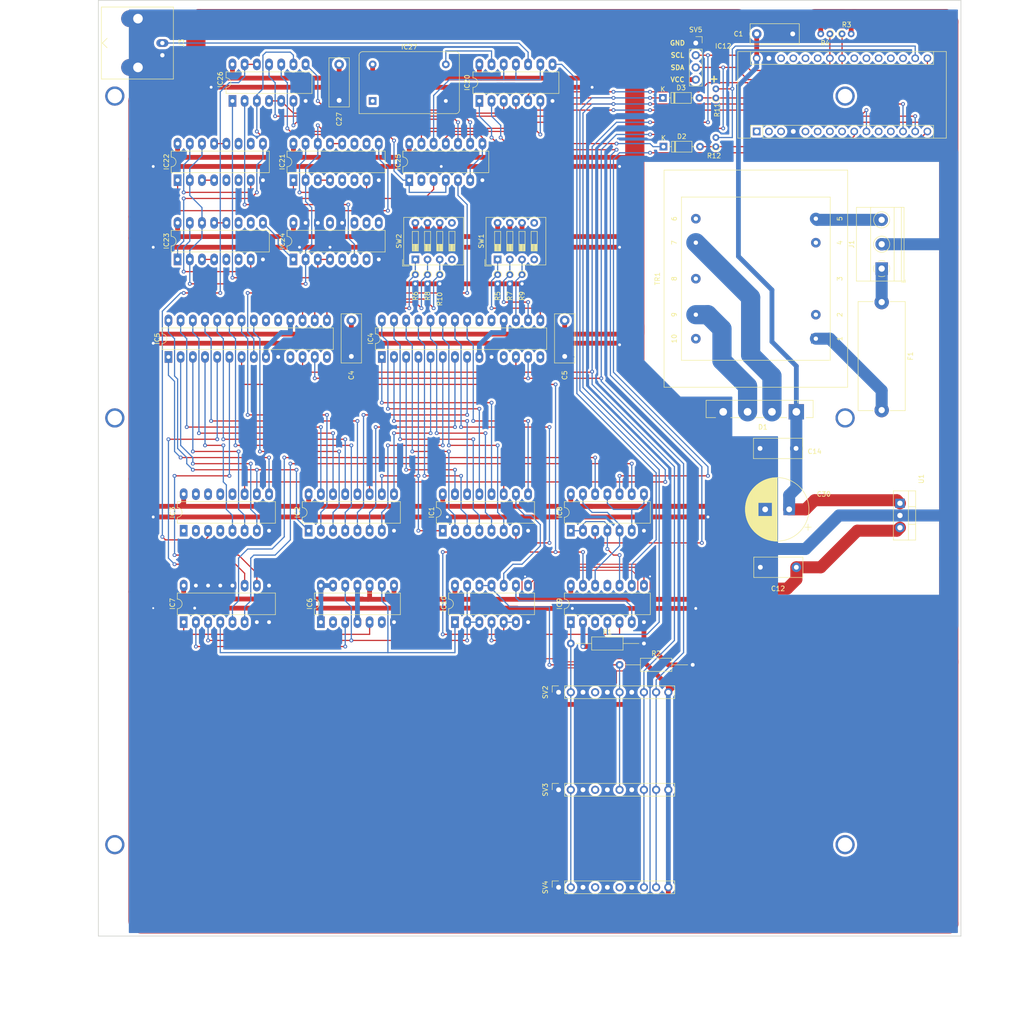
<source format=kicad_pcb>
(kicad_pcb (version 20221018) (generator pcbnew)
  (title_block (title "Hauptplatine"))
  (layers (0 "F.Cu" signal) (31 "B.Cu" signal) (34 "B.Paste" user) (35 "F.Paste" user) (36 "B.SilkS" user "B.Silkscreen") (37 "F.SilkS" user "F.Silkscreen") (38 "B.Mask" user) (39 "F.Mask" user) (44 "Edge.Cuts" user))
  (net 0 "")
  (net 1 "VCC")
  (net 2 "GND")
  (net 3 "Net-(IC21-Pad15)")
  (net 4 "Net-(IC21-Pad12)")
  (net 5 "Net-(IC21-Pad9)")
  (net 6 "Net-(IC21-Pad3)")
  (net 7 "Net-(IC1-Pad14)")
  (net 8 "Net-(IC1-Pad13)")
  (net 9 "Net-(IC1-Pad12)")
  (net 10 "Net-(IC1-Pad10)")
  (net 11 "Net-(IC1-Pad9)")
  (net 12 "Net-(IC1-Pad7)")
  (net 13 "Net-(IC1-Pad6)")
  (net 14 "Net-(IC1-Pad5)")
  (net 15 "Net-(IC1-Pad4)")
  (net 16 "Net-(IC1-Pad3)")
  (net 17 "Net-(IC1-Pad2)")
  (net 18 "Net-(IC1-Pad1)")
  (net 19 "Net-(IC2-Pad14)")
  (net 20 "Net-(IC2-Pad13)")
  (net 21 "Net-(IC2-Pad12)")
  (net 22 "Net-(IC2-Pad9)")
  (net 23 "Net-(IC2-Pad7)")
  (net 24 "Net-(IC2-Pad6)")
  (net 25 "Net-(IC2-Pad5)")
  (net 26 "Net-(IC2-Pad4)")
  (net 27 "Net-(IC2-Pad3)")
  (net 28 "Net-(IC2-Pad2)")
  (net 29 "Net-(IC2-Pad1)")
  (net 30 "Net-(IC3-Pad9)")
  (net 31 "Net-(IC3-Pad7)")
  (net 32 "Net-(IC3-Pad6)")
  (net 33 "Net-(IC1-Pad15)")
  (net 34 "Net-(IC2-Pad15)")
  (net 35 "Net-(IC6-Pad3)")
  (net 36 "0.5HZ")
  (net 37 "Net-(IC22-Pad15)")
  (net 38 "Net-(IC22-Pad12)")
  (net 39 "Net-(IC22-Pad9)")
  (net 40 "Net-(IC22-Pad3)")
  (net 41 "Net-(IC23-Pad15)")
  (net 42 "Net-(IC23-Pad12)")
  (net 43 "Net-(IC23-Pad3)")
  (net 44 "SDA")
  (net 45 "SCL")
  (net 46 "10MHZ")
  (net 47 "Net-(D1-Pad2)")
  (net 48 "Net-(D1-Pad3)")
  (net 49 "Net-(F1-Pad2)")
  (net 50 "Net-(F1-Pad1)")
  (net 51 "VDD")
  (net 52 "RESET_0.5HZ")
  (net 53 "Net-(IC20-Pad10)")
  (net 54 "Net-(IC20-Pad13)")
  (net 55 "Net-(IC4-Pad17)")
  (net 56 "Net-(IC4-Pad16)")
  (net 57 "Net-(IC4-Pad15)")
  (net 58 "Net-(IC5-Pad17)")
  (net 59 "Net-(IC5-Pad16)")
  (net 60 "Net-(IC5-Pad15)")
  (net 61 "Net-(IC24-Pad6)")
  (net 62 "Net-(IC24-Pad3)")
  (net 63 "Net-(IC12-Pad9)")
  (net 64 "_RESET_PERIOD")
  (net 65 "Net-(IC10-Pad5)")
  (net 66 "Net-(IC23-Pad9)")
  (net 67 "Net-(IC5-Pad6)")
  (net 68 "Net-(IC5-Pad5)")
  (net 69 "Net-(IC6-Pad5)")
  (net 70 "Net-(IC7-Pad6)")
  (net 71 "Net-(IC7-Pad5)")
  (net 72 "Net-(IC8-Pad13)")
  (net 73 "Net-(IC8-Pad11)")
  (net 74 "Net-(IC8-Pad1)")
  (net 75 "DONE")
  (net 76 "Net-(IC10-Pad4)")
  (net 77 "Net-(IC20-Pad11)")
  (net 78 "Net-(IC20-Pad3)")
  (net 79 "Net-(IC21-Pad1)")
  (net 80 "Net-(IC10-Pad13)")
  (net 81 "Net-(IC25-Pad1)")
  (net 82 "Net-(IC10-Pad1)")
  (net 83 "Net-(IC10-Pad9)")
  (net 84 "Net-(IC10-Pad8)")
  (net 85 "Net-(IC3-Pad5)")
  (net 86 "Net-(IC26-Pad12)")
  (net 88 "Net-(IC25-Pad11)")
  (net 89 "Net-(IC25-Pad9)")
  (net 90 "Net-(IC25-Pad5)")
  (net 91 "FREQUENCY")
  (net 92 "PERIOD")
  (net 105 "RESET_COUNTER")
  (net 121 "Net-(IC12-Pad10)")
  (net 138 "_RESET_COUNTER")
  (net 139 "Net-(J1-Pad3)")
  (net 153 "RESET_FF")
  (net 154 "Net-(IC20-Pad6)")
  (net 157 "Net-(IC8-Pad3)")
  (net 158 "Net-(IC12-Pad17)")
  (footprint "Connector_PinSocket_2.54mm:PinSocket_1x10_P2.54mm_Vertical" (layer "F.Cu") (at 112.395 168.91 90)
    (fp_text reference "SV3")
    (fp_text value "MA10")
  )
  (footprint "Connector_PinSocket_2.54mm:PinSocket_1x10_P2.54mm_Vertical" (layer "F.Cu") (at 112.395 189.23 90)
    (fp_text reference "SV4")
    (fp_text value "MA10")
  )
  (footprint "Package_DIP:DIP-16_W7.62mm_LongPads" (layer "F.Cu") (at 33.02 41.91 90)
    (fp_text reference "IC22")
    (fp_text value "74HC390")
  )
  (footprint "Package_DIP:DIP-16_W7.62mm_LongPads" (layer "F.Cu") (at 33.02 58.42 90)
    (fp_text reference "IC23")
    (fp_text value "74HC390")
  )
  (footprint "Diode_THT:Diode_Bridge_Vishay_GBU" (layer "F.Cu") (at 161.925 90.17 180)
    (fp_text reference "D1")
    (fp_text value "GBU4A")
  )
  (footprint "Package_TO_SOT_THT:TO-220-3_Vertical" (layer "F.Cu") (at 183.515 109.22 -90)
    (fp_text reference "U1")
    (fp_text value "L7805")
  )
  (footprint "Capacitor_THT:CP_Radial_D13.0mm_P5.00mm" (layer "F.Cu") (at 160.430216 110.49 180)
    (fp_text reference "C30")
    (fp_text value "100u")
  )
  (footprint "Capacitor_THT:C_Rect_L10.0mm_W4.0mm_P7.50mm_FKS3_FKP3" (layer "F.Cu") (at 161.865 97.79 180)
    (fp_text reference "C14")
    (fp_text value "C")
  )
  (footprint "TerminalBlock_Phoenix:TerminalBlock_Phoenix_MKDS-1,5-3-5.08_1x03_P5.08mm_Horizontal" (layer "F.Cu") (at 179.705 60.33 90)
    (fp_text reference "J1")
    (fp_text value "Screw_Terminal_01x03")
  )
  (footprint "Capacitor_THT:C_Rect_L10.0mm_W4.0mm_P7.50mm_FKS3_FKP3" (layer "F.Cu") (at 161.925 122.555 180)
    (fp_text reference "C12")
    (fp_text value "C")
  )
  (footprint "Connector_PinSocket_2.54mm:PinSocket_1x10_P2.54mm_Vertical" (layer "F.Cu") (at 112.395 148.59 90)
    (fp_text reference "SV2")
    (fp_text value "MA10")
  )
  (footprint "Package_DIP:DIP-16_W7.62mm_LongPads" (layer "F.Cu") (at 57.15 58.42 90)
    (fp_text reference "IC24")
    (fp_text value "74HC390")
  )
  (footprint "Connector_PinSocket_2.54mm:PinSocket_1x04_P2.54mm_Vertical" (layer "F.Cu") (at 140.97 13.335)
    (fp_text reference "SV5")
    (fp_text value "MA04")
  )
  (footprint "Package_DIP:DIP-14_W7.62mm_LongPads" (layer "F.Cu") (at 95.885 25.4 90)
    (fp_text reference "IC20")
    (fp_text value "74HC04")
  )
  (footprint "Package_DIP:DIP-28_W7.62mm_LongPads" (layer "F.Cu") (at 31.115 78.74 90)
    (fp_text reference "IC5")
    (fp_text value "MCP23017SO")
  )
  (footprint "Oscillator:Oscillator_DIP-14" (layer "F.Cu") (at 73.66 25.4)
    (fp_text reference "IC27")
    (fp_text value "XO-14")
  )
  (footprint "Connector_Coaxial:BNC_Amphenol_B6252HB-NPP3G-50_Horizontal" (layer "F.Cu") (at 29.845 13.335 90)
    (fp_text reference "J3")
    (fp_text value "Conn_Coaxial")
  )
  (footprint "Resistor_THT:R_Axial_DIN0204_L3.6mm_D1.6mm_P1.90mm_Vertical" (layer "F.Cu") (at 171.45 11.43)
    (fp_text reference "R3")
    (fp_text value "10k")
  )
  (footprint "Resistor_THT:R_Axial_DIN0204_L3.6mm_D1.6mm_P1.90mm_Vertical" (layer "F.Cu") (at 168.91 11.43 180)
    (fp_text reference "R4")
    (fp_text value "10k")
  )
  (footprint "Module:Arduino_Nano" (layer "F.Cu") (at 153.67 31.75 90)
    (fp_text reference "IC12")
    (fp_text value "Arduino_Nano_v2.x")
  )
  (footprint "Package_DIP:DIP-28_W7.62mm_LongPads" (layer "F.Cu") (at 75.565 78.74 90)
    (fp_text reference "IC4")
    (fp_text value "MCP23017SO")
  )
  (footprint "Capacitor_THT:C_Rect_L10.0mm_W4.0mm_P7.50mm_FKS3_FKP3" (layer "F.Cu") (at 69.215 71.12 -90)
    (fp_text reference "C4")
    (fp_text value "100n")
  )
  (footprint "Capacitor_THT:C_Rect_L10.0mm_W4.0mm_P7.50mm_FKS3_FKP3" (layer "F.Cu") (at 66.675 17.78 -90)
    (fp_text reference "C27")
    (fp_text value "100n")
  )
  (footprint "Resistor_THT:R_Axial_DIN0207_L6.3mm_D2.5mm_P15.24mm_Horizontal" (layer "F.Cu") (at 125.095 142.875)
    (fp_text reference "R2")
    (fp_text value "10k")
  )
  (footprint "Resistor_THT:R_Axial_DIN0207_L6.3mm_D2.5mm_P15.24mm_Horizontal" (layer "F.Cu") (at 114.935 138.43)
    (fp_text reference "R1")
    (fp_text value "10k")
  )
  (footprint "Package_DIP:DIP-14_W7.62mm_LongPads" (layer "F.Cu") (at 44.45 25.4 90)
    (fp_text reference "IC26")
    (fp_text value "74HC00")
  )
  (footprint "Resistor_THT:R_Axial_DIN0204_L3.6mm_D1.6mm_P1.90mm_Vertical" (layer "F.Cu") (at 102.235 61.6 -90)
    (fp_text reference "R7")
    (fp_text value "4k7")
  )
  (footprint "Resistor_THT:R_Axial_DIN0204_L3.6mm_D1.6mm_P1.90mm_Vertical" (layer "F.Cu") (at 104.775 61.6 -90)
    (fp_text reference "R9")
    (fp_text value "4k7")
  )
  (footprint "Resistor_THT:R_Axial_DIN0204_L3.6mm_D1.6mm_P1.90mm_Vertical" (layer "F.Cu") (at 87.63 61.595 -90)
    (fp_text reference "R10")
    (fp_text value "4k7")
  )
  (footprint "Button_Switch_THT:SW_DIP_SPSTx04_Slide_9.78x12.34mm_W7.62mm_P2.54mm" (layer "F.Cu") (at 82.55 58.42 90)
    (fp_text reference "SW2")
    (fp_text value "SW_DIP_x04")
  )
  (footprint "Resistor_THT:R_Axial_DIN0204_L3.6mm_D1.6mm_P1.90mm_Vertical" (layer "F.Cu") (at 99.695 61.6 -90)
    (fp_text reference "R5")
    (fp_text value "4k7")
  )
  (footprint "Capacitor_THT:C_Rect_L10.0mm_W4.0mm_P7.50mm_FKS3_FKP3" (layer "F.Cu") (at 113.665 71.12 -90)
    (fp_text reference "C5")
    (fp_text value "100n")
  )
  (footprint "Package_DIP:DIP-16_W7.62mm_LongPads" (layer "F.Cu") (at 60.325 114.935 90)
    (fp_text reference "IC2")
    (fp_text value "74HC4040")
  )
  (footprint "Package_DIP:DIP-16_W7.62mm_LongPads" (layer "F.Cu") (at 34.29 114.935 90)
    (fp_text reference "IC3")
    (fp_text value "74HC4040")
  )
  (footprint "Package_DIP:DIP-16_W7.62mm_LongPads" (layer "F.Cu") (at 34.29 133.985 90)
    (fp_text reference "IC7")
    (fp_text value "74HC151")
  )
  (footprint "Package_DIP:DIP-14_W7.62mm_LongPads" (layer "F.Cu") (at 114.935 114.935 90)
    (fp_text reference "IC8")
    (fp_text value "74HC107")
  )
  (footprint "Package_DIP:DIP-14_W7.62mm_LongPads" (layer "F.Cu") (at 114.935 133.985 90)
    (fp_text reference "IC9")
    (fp_text value "74LS21")
  )
  (footprint "Package_DIP:DIP-14_W7.62mm_LongPads" (layer "F.Cu") (at 90.805 133.985 90)
    (fp_text reference "IC10")
    (fp_text value "74HC02")
  )
  (footprint "Package_DIP:DIP-14_W7.62mm_LongPads" (layer "F.Cu") (at 81.28 41.91 90)
    (fp_text reference "IC25")
    (fp_text value "74HC107")
  )
  (footprint "Package_DIP:DIP-14_W7.62mm_LongPads" (layer "F.Cu") (at 62.865 133.985 90)
    (fp_text reference "IC6")
    (fp_text value "74HC107")
  )
  (footprint "Package_DIP:DIP-16_W7.62mm_LongPads" (layer "F.Cu") (at 57.15 41.91 90)
    (fp_text reference "IC21")
    (fp_text value "74HC390")
  )
  (footprint "Button_Switch_THT:SW_DIP_SPSTx04_Slide_9.78x12.34mm_W7.62mm_P2.54mm" (layer "F.Cu") (at 99.695 58.42 90)
    (fp_text reference "SW1")
    (fp_text value "SW_DIP_x04")
  )
  (footprint "Resistor_THT:R_Axial_DIN0204_L3.6mm_D1.6mm_P1.90mm_Vertical" (layer "F.Cu") (at 82.55 61.595 -90)
    (fp_text reference "R6")
    (fp_text value "4k7")
  )
  (footprint "Resistor_THT:R_Axial_DIN0204_L3.6mm_D1.6mm_P1.90mm_Vertical" (layer "F.Cu") (at 85.09 61.6 -90)
    (fp_text reference "R8")
    (fp_text value "4k7")
  )
  (footprint "Fuse:Fuseholder_Cylinder-5x20mm_Schurter_0031_8201_Horizontal_Open" (layer "F.Cu") (at 179.705 67.31 -90)
    (fp_text reference "F1")
    (fp_text value "Fuse")
  )
  (footprint "Package_DIP:DIP-16_W7.62mm_LongPads" (layer "F.Cu") (at 88.265 114.935 90)
    (fp_text reference "IC1")
    (fp_text value "74HC4040")
  )
  (footprint "Transformer_THT:Transformer_Breve_TEZ-38x45" (layer "F.Cu") (at 165.989 74.93 90)
    (fp_text reference "TR1")
    (fp_text value "TEZ6.0-D-1")
  )
  (footprint "Diode_THT:D_DO-35_SOD27_P7.62mm_Horizontal" (layer "F.Cu") (at 134.112 24.765)
    (fp_text reference "D3")
    (fp_text value "1N4148")
  )
  (footprint "Diode_THT:D_DO-35_SOD27_P7.62mm_Horizontal" (layer "F.Cu") (at 134.239 34.925)
    (fp_text reference "D2")
    (fp_text value "1N4148")
  )
  (footprint "Resistor_THT:R_Axial_DIN0204_L3.6mm_D1.6mm_P1.90mm_Vertical" (layer "F.Cu") (at 145.161 34.925 90)
    (fp_text reference "R12")
    (fp_text value "10k")
  )
  (footprint "Capacitor_THT:C_Rect_L10.0mm_W4.0mm_P7.50mm_FKS3_FKP3" (layer "F.Cu") (at 153.67 11.43)
    (fp_text reference "C1")
    (fp_text value "100n")
  )
  (footprint "Resistor_THT:R_Axial_DIN0204_L3.6mm_D1.6mm_P1.90mm_Vertical" (layer "F.Cu") (at 145.161 24.781 90)
    (fp_text reference "R11")
    (fp_text value "1k")
  )
  (gr_line (start 196.215 4.445) (end 16.51 4.445) (stroke (width 0.15)) (layer "Edge.Cuts"))
  (gr_line (start 196.215 199.39) (end 196.215 4.445) (stroke (width 0.15)) (layer "Edge.Cuts"))
  (gr_line (start 16.51 199.39) (end 196.215 199.39) (stroke (width 0.15)) (layer "Edge.Cuts"))
  (gr_line (start 16.51 4.445) (end 16.51 199.39) (stroke (width 0.15)) (layer "Edge.Cuts"))
  (gr_text "GND" (at 137.16 13.335) (layer "F.SilkS") (effects (font (size 1 1) (thickness 0.2))))
  (gr_text "SCL" (at 137.16 15.875) (layer "F.SilkS") (effects (font (size 1 1) (thickness 0.2))))
  (gr_text "SDA" (at 137.16 18.445) (layer "F.SilkS") (effects (font (size 1 1) (thickness 0.2))))
  (gr_text "VCC" (at 137.16 20.955) (layer "F.SilkS") (effects (font (size 1 1) (thickness 0.2))))
  (gr_text "+" (at 144.78 20.955 180) (layer "F.SilkS") (effects (font (size 1.5 1.5) (thickness 0.3))))
  (via (at 172.085 91.44) (size 4) (drill 3) (layers "F.Cu" "B.Cu") (net 0))
  (via (at 19.939 180.34) (size 4) (drill 3) (layers "F.Cu" "B.Cu") (net 0))
  (via (at 19.939 91.44) (size 4) (drill 3) (layers "F.Cu" "B.Cu") (net 0))
  (via (at 172.085 24.384) (size 4) (drill 3) (layers "F.Cu" "B.Cu") (net 0))
  (via (at 19.939 24.384) (size 4) (drill 3) (layers "F.Cu" "B.Cu") (net 0))
  (via (at 172.085 180.34) (size 4) (drill 3) (layers "F.Cu" "B.Cu") (net 0))
  (segment (start 77.785 129.225) (end 90.485 129.225) (width 1) (layer "F.Cu") (net 1))
  (segment (start 88.265 109.22) (end 87.63 109.855) (width 1) (layer "F.Cu") (net 1))
  (segment (start 146.685 142.875) (end 142.875 146.685) (width 1) (layer "F.Cu") (net 1))
  (segment (start 56.835 73.98) (end 69.535 73.98) (width 1) (layer "F.Cu") (net 1))
  (segment (start 36.83 24.765) (end 36.83 21.59) (width 4) (layer "F.Cu") (net 1))
  (segment (start 146.685 129.54) (end 146.685 127) (width 4) (layer "F.Cu") (net 1))
  (segment (start 57.15 50.8) (end 57.15 53.34) (width 1) (layer "F.Cu") (net 1))
  (segment (start 95.25 20.6552) (end 96.2202 20.6552) (width 1) (layer "F.Cu") (net 1))
  (segment (start 96.2202 20.6552) (end 127.3352 20.6552) (width 1) (layer "F.Cu") (net 1))
  (segment (start 24.765 127.635) (end 24.765 104.14) (width 4) (layer "F.Cu") (net 1))
  (segment (start 135.255 147.32) (end 127 139.065) (width 1) (layer "F.Cu") (net 1))
  (segment (start 33.655 109.855) (end 60.325 109.855) (width 1) (layer "F.Cu") (net 1))
  (segment (start 62.865 126.365) (end 62.865 128.905) (width 1) (layer "F.Cu") (net 1))
  (segment (start 87.63 109.855) (end 146.685 109.855) (width 1) (layer "F.Cu") (net 1))
  (segment (start 101.9175 53.6575) (end 127.3175 53.6575) (width 1) (layer "F.Cu") (net 1))
  (segment (start 24.765 104.14) (end 24.765 53.975) (width 4) (layer "F.Cu") (net 1))
  (segment (start 95.2348 20.64) (end 95.25 20.6552) (width 1) (layer "F.Cu") (net 1))
  (segment (start 115.57 109.855) (end 146.685 109.855) (width 1) (layer "F.Cu") (net 1))
  (segment (start 146.37 129.225) (end 114.615 129.225) (width 1) (layer "F.Cu") (net 1))
  (segment (start 90.805 128.905) (end 90.485 129.225) (width 1) (layer "F.Cu") (net 1))
  (segment (start 69.215 73.66) (end 69.535 73.98) (width 1) (layer "F.Cu") (net 1))
  (segment (start 57.15 34.29) (end 57.15 36.835) (width 1) (layer "F.Cu") (net 1))
  (segment (start 128.27 20.955) (end 128.27 8.89) (width 4) (layer "F.Cu") (net 1))
  (segment (start 113.665 71.12) (end 113.665 73.665) (width 1) (layer "F.Cu") (net 1))
  (segment (start 128.27 20.955) (end 127.635 21.59) (width 1) (layer "F.Cu") (net 1))
  (segment (start 149.86 8.255) (end 165.735 8.255) (width 2.5) (layer "F.Cu") (net 1))
  (segment (start 25.72 73.98) (end 24.765 73.025) (width 1) (layer "F.Cu") (net 1))
  (segment (start 113.665 73.665) (end 113.98 73.98) (width 1) (layer "F.Cu") (net 1))
  (segment (start 34.29 107.315) (end 34.29 109.22) (width 1) (layer "F.Cu") (net 1))
  (segment (start 142.875 146.685) (end 137.16 146.685) (width 1) (layer "F.Cu") (net 1))
  (segment (start 161.925 122.555) (end 167.005 122.555) (width 2.5) (layer "F.Cu") (net 1))
  (segment (start 95.885 20.32) (end 96.2202 20.6552) (width 1) (layer "F.Cu") (net 1))
  (segment (start 56.195 73.98) (end 25.72 73.98) (width 1) (layer "F.Cu") (net 1))
  (segment (start 167.005 122.555) (end 174.625 114.935) (width 2.5) (layer "F.Cu") (net 1))
  (segment (start 70.485 128.905) (end 70.739 129.159) (width 1) (layer "F.Cu") (net 1))
  (segment (start 57.47 53.66) (end 32.7 53.66) (width 1) (layer "F.Cu") (net 1))
  (segment (start 146.685 142.24) (end 146.685 142.875) (width 1) (layer "F.Cu") (net 1))
  (segment (start 66.675 17.78) (end 66.675 20.325) (width 1) (layer "F.Cu") (net 1))
  (segment (start 56.515 71.12) (end 56.515 73.66) (width 1) (layer "F.Cu") (net 1))
  (segment (start 193.675 8.89) (end 193.675 196.85) (width 4) (layer "F.Cu") (net 1))
  (segment (start 69.535 73.98) (end 101.285 73.98) (width 1) (layer "F.Cu") (net 1))
  (segment (start 182.88 114.935) (end 183.515 114.3) (width 2.5) (layer "F.Cu") (net 1))
  (segment (start 69.215 71.12) (end 69.215 73.66) (width 1) (layer "F.Cu") (net 1))
  (segment (start 173.35 11.43) (end 173.35 8.895) (width 1) (layer "F.Cu") (net 1))
  (segment (start 33.02 36.835) (end 32.705 37.15) (width 1) (layer "F.Cu") (net 1))
  (segment (start 24.765 53.975) (end 24.765 49.53) (width 4) (layer "F.Cu") (net 1))
  (segment (start 114.935 107.315) (end 114.935 109.22) (width 1) (layer "F.Cu") (net 1))
  (segment (start 173.99 8.255) (end 193.04 8.255) (width 4) (layer "F.Cu") (net 1))
  (segment (start 56.515 73.66) (end 56.835 73.98) (width 1) (layer "F.Cu") (net 1))
  (segment (start 73.66 17.78) (end 73.66 20.32) (width 1) (layer "F.Cu") (net 1))
  (segment (start 160.02 127) (end 146.685 127) (width 2.5) (layer "F.Cu") (net 1))
  (segment (start 92.71 53.66) (end 87.95 53.66) (width 1) (layer "F.Cu") (net 1))
  (segment (start 135.255 148.59) (end 135.255 147.32) (width 1) (layer "F.Cu") (net 1))
  (segment (start 114.935 128.905) (end 114.615 129.225) (width 1) (layer "F.Cu") (net 1))
  (segment (start 57.15 36.835) (end 56.835 37.15) (width 1) (layer "F.Cu") (net 1))
  (segment (start 36.83 8.89) (end 37.465 8.255) (width 4) (layer "F.Cu") (net 1))
  (segment (start 32.705 37.15) (end 56.835 37.15) (width 1) (layer "F.Cu") (net 1))
  (segment (start 78.105 126.365) (end 78.105 128.905) (width 1) (layer "F.Cu") (net 1))
  (segment (start 110.17 73.98) (end 127.32 73.98) (width 1) (layer "F.Cu") (net 1))
  (segment (start 34.29 109.22) (end 33.655 109.855) (width 1) (layer "F.Cu") (net 1))
  (segment (start 114.935 126.365) (end 114.935 128.905) (width 1) (layer "F.Cu") (net 1))
  (segment (start 88.265 107.315) (end 88.265 109.22) (width 1) (layer "F.Cu") (net 1))
  (segment (start 44.45 20.32) (end 44.13 20.64) (width 1) (layer "F.Cu") (net 1))
  (segment (start 57.15 53.34) (end 57.47 53.66) (width 1) (layer "F.Cu") (net 1))
  (segment (start 85.09 50.8) (end 85.09 53.34) (width 1) (layer "F.Cu") (net 1))
  (segment (start 140.97 20.955) (end 128.27 20.955) (width 1) (layer "F.Cu") (net 1))
  (segment (start 33.02 50.8) (end 33.02 53.34) (width 1) (layer "F.Cu") (net 1))
  (segment (start 70.805 129.225) (end 77.785 129.225) (width 1) (layer "F.Cu") (net 1))
  (segment (start 161.925 122.555) (end 161.925 125.095) (width 2.5) (layer "F.Cu") (net 1))
  (segment (start 146.685 129.54) (end 146.685 142.24) (width 4) (layer "F.Cu") (net 1))
  (segment (start 147.32 142.24) (end 193.675 142.24) (width 4) (layer "F.Cu") (net 1))
  (segment (start 167.01 11.43) (end 167.01 9.53) (width 1) (layer "F.Cu") (net 1))
  (segment (start 135.255 189.23) (end 135.255 197.485) (width 1) (layer "F.Cu") (net 1))
  (segment (start 56.835 73.98) (end 56.195 73.98) (width 1) (layer "F.Cu") (net 1))
  (segment (start 33.02 34.29) (end 33.02 36.835) (width 1) (layer "F.Cu") (net 1))
  (segment (start 24.765 37.465) (end 24.765 25.4) (width 4) (layer "F.Cu") (net 1))
  (segment (start 82.865 53.66) (end 57.47 53.66) (width 1) (layer "F.Cu") (net 1))
  (segment (start 24.765 49.53) (end 24.765 37.465) (width 4) (layer "F.Cu") (net 1))
  (segment (start 174.625 114.935) (end 182.88 114.935) (width 2.5) (layer "F.Cu") (net 1))
  (segment (start 56.835 37.15) (end 127.31 37.15) (width 1) (layer "F.Cu") (net 1))
  (segment (start 100.965 73.66) (end 101.285 73.98) (width 1) (layer "F.Cu") (net 1))
  (segment (start 95.885 17.78) (end 95.885 20.32) (width 1) (layer "F.Cu") (net 1))
  (segment (start 82.55 50.8) (end 82.55 53.345) (width 1) (layer "F.Cu") (net 1))
  (segment (start 70.485 126.365) (end 70.485 128.905) (width 1) (layer "F.Cu") (net 1))
  (segment (start 173.35 8.895) (end 173.99 8.255) (width 1) (layer "F.Cu") (net 1))
  (segment (start 73.025 128.905) (end 72.705 129.225) (width 1) (layer "F.Cu") (net 1))
  (segment (start 34.036 129.159) (end 71.511 129.159) (width 1) (layer "F.Cu") (net 1))
  (segment (start 127.32 73.98) (end 127.635 74.295) (width 1) (layer "F.Cu") (net 1))
  (segment (start 25.4 24.765) (end 36.83 24.765) (width 4) (layer "F.Cu") (net 1))
  (segment (start 127 139.065) (end 117.475 139.065) (width 1) (layer "F.Cu") (net 1))
  (segment (start 146.685 99.06) (end 128.27 80.645) (width 4) (layer "F.Cu") (net 1))
  (segment (start 37.78 20.64) (end 36.83 21.59) (width 1) (layer "F.Cu") (net 1))
  (segment (start 32.7 53.66) (end 25.08 53.66) (width 1) (layer "F.Cu") (net 1))
  (segment (start 137.16 146.685) (end 135.255 148.59) (width 1) (layer "F.Cu") (net 1))
  (segment (start 101.285 73.98) (end 110.17 73.98) (width 1) (layer "F.Cu") (net 1))
  (segment (start 102.235 50.8) (end 102.235 53.34) (width 1) (layer "F.Cu") (net 1))
  (segment (start 114.935 109.22) (end 115.57 109.855) (width 1) (layer "F.Cu") (net 1))
  (segment (start 78.105 128.905) (end 77.785 129.225) (width 1) (layer "F.Cu") (net 1))
  (segment (start 44.45 17.78) (end 44.45 20.32) (width 1) (layer "F.Cu") (net 1))
  (segment (start 193.04 8.255) (end 193.675 8.89) (width 4) (layer "F.Cu") (net 1))
  (segment (start 81.28 34.29) (end 81.28 36.83) (width 1) (layer "F.Cu") (net 1))
  (segment (start 44.13 20.64) (end 37.78 20.64) (width 1) (layer "F.Cu") (net 1))
  (segment (start 146.685 127) (end 146.685 99.06) (width 4) (layer "F.Cu") (net 1))
  (segment (start 73.025 126.365) (end 73.025 128.905) (width 1) (layer "F.Cu") (net 1))
  (segment (start 44.13 20.64) (end 95.2348 20.64) (width 1) (layer "F.Cu") (net 1))
  (segment (start 84.77 53.66) (end 82.865 53.66) (width 1) (layer "F.Cu") (net 1))
  (segment (start 34.036 129.159) (end 32.639 129.159) (width 1) (layer "F.Cu") (net 1))
  (segment (start 113.98 73.98) (end 110.17 73.98) (width 1) (layer "F.Cu") (net 1))
  (segment (start 128.27 80.645) (end 128.27 72.39) (width 4) (layer "F.Cu") (net 1))
  (segment (start 32.705 37.15) (end 25.08 37.15) (width 1) (layer "F.Cu") (net 1))
  (segment (start 132.08 196.85) (end 193.675 196.85) (width 4) (layer "F.Cu") (net 1))
  (segment (start 60.325 107.315) (end 60.325 109.855) (width 1) (layer "F.Cu") (net 1))
  (segment (start 24.765 196.215) (end 24.765 127.635) (width 4) (layer "F.Cu") (net 1))
  (segment (start 115.57 109.855) (end 119.38 109.855) (width 1) (layer "F.Cu") (net 1))
  (segment (start 85.405 53.66) (end 84.77 53.66) (width 1) (layer "F.Cu") (net 1))
  (segment (start 128.27 73.66) (end 128.27 22.225) (width 4) (layer "F.Cu") (net 1))
  (segment (start 36.83 21.59) (end 36.83 8.89) (width 4) (layer "F.Cu") (net 1))
  (segment (start 32.385 128.905) (end 26.035 128.905) (width 1) (layer "F.Cu") (net 1))
  (segment (start 34.29 128.905) (end 34.036 129.159) (width 1) (layer "F.Cu") (net 1))
  (segment (start 60.325 109.855) (end 87.63 109.855) (width 1) (layer "F.Cu") (net 1))
  (segment (start 146.685 129.54) (end 146.37 129.225) (width 1) (layer "F.Cu") (net 1))
  (segment (start 90.485 129.225) (end 114.615 129.225) (width 1) (layer "F.Cu") (net 1))
  (segment (start 127.3352 20.6552) (end 127.635 20.955) (width 1) (layer "F.Cu") (net 1))
  (segment (start 90.805 126.365) (end 90.805 128.905) (width 1) (layer "F.Cu") (net 1))
  (segment (start 33.02 53.34) (end 32.7 53.66) (width 1) (layer "F.Cu") (net 1))
  (segment (start 85.09 53.34) (end 84.77 53.66) (width 1) (layer "F.Cu") (net 1))
  (segment (start 87.63 50.8) (end 87.63 53.34) (width 1) (layer "F.Cu") (net 1))
  (segment (start 92.7125 53.6575) (end 101.9175 53.6575) (width 1) (layer "F.Cu") (net 1))
  (segment (start 24.765 25.4) (end 25.4 24.765) (width 4) (layer "F.Cu") (net 1))
  (segment (start 165.735 8.255) (end 171.45 8.255) (width 4) (layer "F.Cu") (net 1))
  (segment (start 37.465 8.255) (end 149.86 8.255) (width 4) (layer "F.Cu") (net 1))
  (segment (start 104.775 50.8) (end 104.775 53.34) (width 1) (layer "F.Cu") (net 1))
  (segment (start 24.765 109.855) (end 33.655 109.855) (width 1) (layer "F.Cu") (net 1))
  (segment (start 34.29 126.365) (end 34.29 128.905) (width 1) (layer "F.Cu") (net 1))
  (segment (start 100.965 71.12) (end 100.965 73.66) (width 1) (layer "F.Cu") (net 1))
  (segment (start 87.95 53.66) (end 85.405 53.66) (width 1) (layer "F.Cu") (net 1))
  (segment (start 161.925 125.095) (end 160.02 127) (width 2.5) (layer "F.Cu") (net 1))
  (segment (start 99.695 50.8) (end 99.695 53.34) (width 1) (layer "F.Cu") (net 1))
  (segment (start 70.805 129.225) (end 70.739 129.159) (width 1) (layer "F.Cu") (net 1))
  (segment (start 171.45 8.255) (end 173.99 8.255) (width 4) (layer "F.Cu") (net 1))
  (segment (start 134.62 196.85) (end 25.4 196.85) (width 4) (layer "F.Cu") (net 1))
  (via (at 117.475 139.065) (size 1) (drill 0.6) (layers "F.Cu" "B.Cu") (net 1))
  (segment (start 100.965 73.66) (end 100.965 71.12) (width 1) (layer "B.Cu") (net 1))
  (segment (start 95.885 78.74) (end 95.885 76.2) (width 1) (layer "B.Cu") (net 1))
  (segment (start 65.405 126.365) (end 62.865 126.365) (width 1) (layer "B.Cu") (net 1))
  (segment (start 95.885 76.2) (end 98.425 73.66) (width 1) (layer "B.Cu") (net 1))
  (segment (start 54.61 73.66) (end 56.515 73.66) (width 1) (layer "B.Cu") (net 1))
  (segment (start 135.255 168.91) (end 135.255 148.59) (width 1) (layer "B.Cu") (net 1))
  (segment (start 98.425 73.66) (end 100.965 73.66) (width 1) (layer "B.Cu") (net 1))
  (segment (start 51.435 78.74) (end 51.435 76.835) (width 1) (layer "B.Cu") (net 1))
  (segment (start 51.435 76.835) (end 54.61 73.66) (width 1) (layer "B.Cu") (net 1))
  (segment (start 70.485 133.985) (end 70.485 126.365) (width 1) (layer "B.Cu") (net 1))
  (segment (start 117.475 139.065) (end 117.475 133.985) (width 1) (layer "B.Cu") (net 1))
  (segment (start 62.865 133.985) (end 62.865 126.365) (width 1) (layer "B.Cu") (net 1))
  (segment (start 56.515 73.66) (end 56.515 71.12) (width 1) (layer "B.Cu") (net 1))
  (segment (start 135.255 168.91) (end 135.255 189.23) (width 1) (layer "B.Cu") (net 1))
  (segment (start 106.045 133.985) (end 106.045 131.44) (width 1) (layer "F.Cu") (net 2))
  (segment (start 74.93 61.595) (end 74.93 58.42) (width 1) (layer "F.Cu") (net 2))
  (segment (start 74.93 39.37) (end 74.6125 39.0525) (width 1) (layer "F.Cu") (net 2))
  (segment (start 123.825 143.51) (end 111.76 143.51) (width 0.2) (layer "F.Cu") (net 2))
  (segment (start 98.105 75.88) (end 113.98 75.88) (width 1) (layer "F.Cu") (net 2))
  (segment (start 109.855 63.5) (end 109.855 55.88) (width 1) (layer "F.Cu") (net 2))
  (segment (start 66.675 25.28) (end 66.675 22.86) (width 1) (layer "F.Cu") (net 2))
  (segment (start 109.855 141.605) (end 111.125 141.605) (width 0.2) (layer "F.Cu") (net 2))
  (segment (start 105.41 124.46) (end 107.315 124.46) (width 0.2) (layer "F.Cu") (net 2))
  (segment (start 130.175 114.935) (end 130.175 112.395) (width 1) (layer "F.Cu") (net 2))
  (segment (start 123.825 142.24) (end 124.46 141.605) (width 0.2) (layer "F.Cu") (net 2))
  (segment (start 121.92 151.13) (end 122.555 150.495) (width 1) (layer "F.Cu") (net 2))
  (segment (start 66.675 22.5552) (end 59.69 22.5552) (width 1) (layer "F.Cu") (net 2))
  (segment (start 78.105 133.985) (end 78.105 131.445) (width 1) (layer "F.Cu") (net 2))
  (segment (start 117.475 150.495) (end 117.475 148.59) (width 1) (layer "F.Cu") (net 2))
  (segment (start 117.475 150.495) (end 118.11 151.13) (width 1) (layer "F.Cu") (net 2))
  (segment (start 87.9475 39.0525) (end 74.6125 39.0525) (width 1) (layer "F.Cu") (net 2))
  (segment (start 50.8 58.42) (end 50.8 56.515) (width 1) (layer "F.Cu") (net 2))
  (segment (start 122.555 148.59) (end 124.46 146.685) (width 0.2) (layer "F.Cu") (net 2))
  (segment (start 107.315 124.46) (end 109.855 121.92) (width 0.2) (layer "F.Cu") (net 2))
  (segment (start 78.425 112.075) (end 89.215 112.075) (width 1) (layer "F.Cu") (net 2))
  (segment (start 82.55 63.5) (end 99.695 63.5) (width 1) (layer "F.Cu") (net 2))
  (segment (start 107.315 125.73) (end 109.855 123.19) (width 0.2) (layer "F.Cu") (net 2))
  (segment (start 113.665 76.195) (end 113.98 75.88) (width 1) (layer "F.Cu") (net 2))
  (segment (start 130.175 112.395) (end 130.495 112.075) (width 1) (layer "F.Cu") (net 2))
  (segment (start 52.07 133.985) (end 52.07 131.445) (width 1) (layer "F.Cu") (net 2))
  (segment (start 96.52 41.91) (end 96.52 39.37) (width 1) (layer "F.Cu") (net 2))
  (segment (start 140.97 131.125) (end 129.855 131.125) (width 1) (layer "F.Cu") (net 2))
  (segment (start 51.75 112.075) (end 78.425 112.075) (width 1) (layer "F.Cu") (net 2))
  (segment (start 82.55 63.495) (end 76.83 63.495) (width 1) (layer "F.Cu") (net 2))
  (segment (start 130.175 131.445) (end 129.855 131.125) (width 1) (layer "F.Cu") (net 2))
  (segment (start 104.775 125.095) (end 104.775 127.635) (width 0.2) (layer "F.Cu") (net 2))
  (segment (start 113.03 151.13) (end 116.84 151.13) (width 1) (layer "F.Cu") (net 2))
  (segment (start 50.8 41.91) (end 50.8 39.37) (width 1) (layer "F.Cu") (net 2))
  (segment (start 50.165 55.88) (end 27.94 55.88) (width 1) (layer "F.Cu") (net 2))
  (segment (start 96.2025 39.0525) (end 125.095 39.0525) (width 1) (layer "F.Cu") (net 2))
  (segment (start 106.045 131.44) (end 105.73 131.125) (width 1) (layer "F.Cu") (net 2))
  (segment (start 112.395 150.495) (end 113.03 151.13) (width 1) (layer "F.Cu") (net 2))
  (segment (start 111.125 144.145) (end 109.855 144.145) (width 0.2) (layer "F.Cu") (net 2))
  (segment (start 52.07 112.395) (end 51.75 112.075) (width 1) (layer "F.Cu") (net 2))
  (segment (start 111.76 143.51) (end 111.125 144.145) (width 0.2) (layer "F.Cu") (net 2))
  (segment (start 124.46 144.145) (end 123.825 143.51) (width 0.2) (layer "F.Cu") (net 2))
  (segment (start 115.255 131.125) (end 129.855 131.125) (width 1) (layer "F.Cu") (net 2))
  (segment (start 125.73 141.605) (end 126.365 142.24) (width 0.2) (layer "F.Cu") (net 2))
  (segment (start 127.635 150.495) (end 127.635 148.59) (width 1) (layer "F.Cu") (net 2))
  (segment (start 130.81 138.43) (end 135.255 142.875) (width 1) (layer "F.Cu") (net 2))
  (segment (start 109.855 144.145) (end 109.22 143.51) (width 0.2) (layer "F.Cu") (net 2))
  (segment (start 96.52 39.37) (end 96.2025 39.0525) (width 1) (layer "F.Cu") (net 2))
  (segment (start 128.905 124.46) (end 128.905 127.635) (width 0.2) (layer "F.Cu") (net 2))
  (segment (start 105.41 128.27) (end 106.68 128.27) (width 0.2) (layer "F.Cu") (net 2))
  (segment (start 40.005 22.54) (end 59.69 22.54) (width 1) (layer "F.Cu") (net 2))
  (segment (start 107.315 127.635) (end 107.315 125.73) (width 0.2) (layer "F.Cu") (net 2))
  (segment (start 102.235 63.5) (end 104.775 63.5) (width 1) (layer "F.Cu") (net 2))
  (segment (start 125.095 55.88) (end 109.855 55.88) (width 1) (layer "F.Cu") (net 2))
  (segment (start 109.855 123.19) (end 127.635 123.19) (width 0.2) (layer "F.Cu") (net 2))
  (segment (start 76.83 63.495) (end 74.93 61.595) (width 1) (layer "F.Cu") (net 2))
  (segment (start 78.105 114.935) (end 78.105 112.395) (width 1) (layer "F.Cu") (net 2))
  (segment (start 89.215 112.075) (end 130.495 112.075) (width 1) (layer "F.Cu") (net 2))
  (segment (start 106.045 114.935) (end 106.045 112.39) (width 1) (layer "F.Cu") (net 2))
  (segment (start 53.975 78.74) (end 53.975 76.195) (width 1) (layer "F.Cu") (net 2))
  (segment (start 87.9475 39.0525) (end 96.2025 39.0525) (width 1) (layer "F.Cu") (net 2))
  (segment (start 135.255 142.875) (end 140.335 142.875) (width 1) (layer "F.Cu") (net 2))
  (segment (start 98.425 76.2) (end 98.105 75.88) (width 1) (layer "F.Cu") (net 2))
  (segment (start 74.93 41.91) (end 74.93 39.37) (width 1) (layer "F.Cu") (net 2))
  (segment (start 74.295 55.88) (end 58.42 55.88) (width 1) (layer "F.Cu") (net 2))
  (segment (start 119.38 22.5552) (end 88.5952 22.5552) (width 1) (layer "F.Cu") (net 2))
  (segment (start 51.689 131.064) (end 103.764 131.064) (width 1) (layer "F.Cu") (net 2))
  (segment (start 88.9 25.4) (end 88.9 22.86) (width 1) (layer "F.Cu") (net 2))
  (segment (start 123.19 151.13) (end 127 151.13) (width 1) (layer "F.Cu") (net 2))
  (segment (start 126.365 143.51) (end 125.73 144.145) (width 0.2) (layer "F.Cu") (net 2))
  (segment (start 109.855 55.88) (end 74.295 55.88) (width 1) (layer "F.Cu") (net 2))
  (segment (start 116.84 151.13) (end 117.475 150.495) (width 1) (layer "F.Cu") (net 2))
  (segment (start 98.425 78.74) (end 98.425 76.2) (width 1) (layer "F.Cu") (net 2))
  (segment (start 102.235 63.5) (end 99.695 63.5) (width 1) (layer "F.Cu") (net 2))
  (segment (start 127 151.13) (end 127.635 150.495) (width 1) (layer "F.Cu") (net 2))
  (segment (start 105.41 124.46) (end 104.775 125.095) (width 0.2) (layer "F.Cu") (net 2))
  (segment (start 109.22 142.24) (end 109.855 141.605) (width 0.2) (layer "F.Cu") (net 2))
  (segment (start 52.07 114.935) (end 52.07 112.395) (width 1) (layer "F.Cu") (net 2))
  (segment (start 124.46 141.605) (end 125.73 141.605) (width 0.2) (layer "F.Cu") (net 2))
  (segment (start 103.825 131.125) (end 115.255 131.125) (width 1) (layer "F.Cu") (net 2))
  (segment (start 58.42 55.88) (end 50.165 55.88) (width 1) (layer "F.Cu") (net 2))
  (segment (start 74.93 58.42) (end 74.93 56.515) (width 1) (layer "F.Cu") (net 2))
  (segment (start 53.975 76.195) (end 53.66 75.88) (width 1) (layer "F.Cu") (net 2))
  (segment (start 112.395 148.59) (end 112.395 150.495) (width 1) (layer "F.Cu") (net 2))
  (segment (start 113.665 78.62) (end 113.665 76.195) (width 1) (layer "F.Cu") (net 2))
  (segment (start 126.365 142.24) (end 126.365 143.51) (width 0.2) (layer "F.Cu") (net 2))
  (segment (start 50.8 56.515) (end 50.165 55.88) (width 1) (layer "F.Cu") (net 2))
  (segment (start 63.5025 39.0525) (end 63.5 39.05) (width 1) (layer "F.Cu") (net 2))
  (segment (start 109.22 143.51) (end 109.22 142.24) (width 0.2) (layer "F.Cu") (net 2))
  (segment (start 74.6125 39.0525) (end 63.5025 39.0525) (width 1) (layer "F.Cu") (net 2))
  (segment (start 130.175 138.43) (end 130.81 138.43) (width 1) (layer "F.Cu") (net 2))
  (segment (start 128.905 121.92) (end 131.445 124.46) (width 0.2) (layer "F.Cu") (net 2))
  (segment (start 118.11 151.13) (end 121.92 151.13) (width 1) (layer "F.Cu") (net 2))
  (segment (start 106.68 128.27) (end 107.315 127.635) (width 0.2) (layer "F.Cu") (net 2))
  (segment (start 74.93 56.515) (end 74.295 55.88) (width 1) (layer "F.Cu") (net 2))
  (segment (start 53.66 75.88) (end 98.105 75.88) (width 1) (layer "F.Cu") (net 2))
  (segment (start 130.175 133.985) (end 130.175 131.445) (width 1) (layer "F.Cu") (net 2))
  (segment (start 27.94 39.05) (end 51.115 39.05) (width 1) (layer "F.Cu") (net 2))
  (segment (start 104.775 63.5) (end 109.855 63.5) (width 1) (layer "F.Cu") (net 2))
  (segment (start 52.07 131.445) (end 51.689 131.064) (width 1) (layer "F.Cu") (net 2))
  (segment (start 128.905 127.635) (end 129.54 128.27) (width 0.2) (layer "F.Cu") (net 2))
  (segment (start 122.555 150.495) (end 123.19 151.13) (width 1) (layer "F.Cu") (net 2))
  (segment (start 130.175 138.43) (end 130.175 133.985) (width 1) (layer "F.Cu") (net 2))
  (segment (start 125.095 76.2) (end 124.775 75.88) (width 1) (layer "F.Cu") (net 2))
  (segment (start 88.5952 22.5552) (end 66.9798 22.5552) (width 1) (layer "F.Cu") (net 2))
  (segment (start 125.73 144.145) (end 124.46 144.145) (width 0.2) (layer "F.Cu") (net 2))
  (segment (start 69.215 78.62) (end 69.215 76.195) (width 1) (layer "F.Cu") (net 2))
  (segment (start 50.8 39.37) (end 50.48 39.05) (width 1) (layer "F.Cu") (net 2))
  (segment (start 27.94 75.88) (end 53.66 75.88) (width 1) (layer "F.Cu") (net 2))
  (segment (start 109.855 121.92) (end 128.905 121.92) (width 0.2) (layer "F.Cu") (net 2))
  (segment (start 122.555 150.495) (end 122.555 148.59) (width 1) (layer "F.Cu") (net 2))
  (segment (start 63.5 39.05) (end 50.48 39.05) (width 1) (layer "F.Cu") (net 2))
  (segment (start 111.125 141.605) (end 111.76 142.24) (width 0.2) (layer "F.Cu") (net 2))
  (segment (start 111.76 142.24) (end 123.825 142.24) (width 0.2) (layer "F.Cu") (net 2))
  (segment (start 124.775 75.88) (end 113.98 75.88) (width 1) (layer "F.Cu") (net 2))
  (segment (start 27.94 131.064) (end 51.689 131.064) (width 1) (layer "F.Cu") (net 2))
  (segment (start 88.9 22.86) (end 88.5952 22.5552) (width 1) (layer "F.Cu") (net 2))
  (segment (start 104.775 127.635) (end 105.41 128.27) (width 0.2) (layer "F.Cu") (net 2))
  (segment (start 131.445 127.635) (end 131.445 124.46) (width 0.2) (layer "F.Cu") (net 2))
  (segment (start 51.75 112.075) (end 27.94 112.075) (width 1) (layer "F.Cu") (net 2))
  (segment (start 130.81 128.27) (end 131.445 127.635) (width 0.2) (layer "F.Cu") (net 2))
  (segment (start 59.69 25.4) (end 59.69 22.86) (width 1) (layer "F.Cu") (net 2))
  (segment (start 143.51 112.075) (end 129.86 112.075) (width 1) (layer "F.Cu") (net 2))
  (segment (start 127.635 123.19) (end 128.905 124.46) (width 0.2) (layer "F.Cu") (net 2))
  (segment (start 78.105 112.395) (end 78.425 112.075) (width 1) (layer "F.Cu") (net 2))
  (segment (start 129.54 128.27) (end 130.81 128.27) (width 0.2) (layer "F.Cu") (net 2))
  (segment (start 124.46 146.685) (end 124.46 144.145) (width 0.2) (layer "F.Cu") (net 2))
  (via (at 58.42 55.88) (size 1) (drill 0.6) (layers "F.Cu" "B.Cu") (net 2))
  (via (at 119.38 22.5552) (size 1) (drill 0.6) (layers "F.Cu" "B.Cu") (net 2))
  (via (at 125.095 39.0525) (size 1) (drill 0.6) (layers "F.Cu" "B.Cu") (net 2))
  (via (at 27.94 39.05) (size 1) (drill 0.6) (layers "F.Cu" "B.Cu") (net 2))
  (via (at 40.005 22.54) (size 1) (drill 0.6) (layers "F.Cu" "B.Cu") (net 2))
  (via (at 64.77 55.88) (size 1) (drill 0.6) (layers "F.Cu" "B.Cu") (net 2))
  (via (at 27.94 55.88) (size 1) (drill 0.6) (layers "F.Cu" "B.Cu") (net 2))
  (via (at 115.255 131.125) (size 1) (drill 0.6) (layers "F.Cu" "B.Cu") (net 2))
  (via (at 27.94 75.88) (size 1) (drill 0.6) (layers "F.Cu" "B.Cu") (net 2))
  (via (at 143.51 112.075) (size 1) (drill 0.6) (layers "F.Cu" "B.Cu") (net 2))
  (via (at 89.215 112.075) (size 1) (drill 0.6) (layers "F.Cu" "B.Cu") (net 2))
  (via (at 125.095 76.2) (size 1) (drill 0.6) (layers "F.Cu" "B.Cu") (net 2))
  (via (at 140.97 131.125) (size 1) (drill 0.6) (layers "F.Cu" "B.Cu") (net 2))
  (via (at 87.9475 39.0525) (size 1) (drill 0.6) (layers "F.Cu" "B.Cu") (net 2))
  (via (at 36.576 131.064) (size 1) (drill 0.6) (layers "F.Cu" "B.Cu") (net 2))
  (via (at 27.94 131.064) (size 0.8) (drill 0.4) (layers "F.Cu" "B.Cu") (net 2))
  (via (at 105.41 124.46) (size 0.8) (drill 0.4) (layers "F.Cu" "B.Cu") (net 2))
  (via (at 27.94 112.075) (size 1) (drill 0.6) (layers "F.Cu" "B.Cu") (net 2))
  (via (at 125.095 55.88) (size 1) (drill 0.6) (layers "F.Cu" "B.Cu") (net 2))
  (via (at 131.445 124.46) (size 0.8) (drill 0.4) (layers "F.Cu" "B.Cu") (net 2))
  (segment (start 163.83 118.745) (end 156.21 118.745) (width 2.5) (layer "B.Cu") (net 2))
  (segment (start 170.815 111.76) (end 163.83 118.745) (width 2.5) (layer "B.Cu") (net 2))
  (segment (start 193.675 55.88) (end 193.675 36.195) (width 4) (layer "B.Cu") (net 2))
  (segment (start 115.57 78.74) (end 115.45 78.62) (width 0.2) (layer "B.Cu") (net 2))
  (segment (start 179.705 55.25) (end 193.045 55.25) (width 2.5) (layer "B.Cu") (net 2))
  (segment (start 131.445 147.32) (end 131.445 190.5) (width 0.25) (layer "B.Cu") (net 2))
  (segment (start 52.07 133.985) (end 49.53 133.985) (width 1) (layer "B.Cu") (net 2))
  (segment (start 193.675 120.65) (end 193.675 55.88) (width 4) (layer "B.Cu") (net 2))
  (segment (start 183.515 111.76) (end 170.815 111.76) (width 2.5) (layer "B.Cu") (net 2))
  (segment (start 193.675 134.62) (end 193.675 120.65) (width 4) (layer "B.Cu") (net 2))
  (segment (start 115.45 78.62) (end 113.665 78.62) (width 0.2) (layer "B.Cu") (net 2))
  (segment (start 183.515 111.76) (end 191.77 111.76) (width 2.5) (layer "B.Cu") (net 2))
  (segment (start 72.39 43.815) (end 72.39 41.91) (width 0.25) (layer "F.Cu") (net 3))
  (segment (start 58.42 44.45) (end 71.755 44.45) (width 0.25) (layer "F.Cu") (net 3))
  (segment (start 71.755 44.45) (end 72.39 43.815) (width 0.25) (layer "F.Cu") (net 3))
  (via (at 58.42 44.45) (size 0.8) (drill 0.4) (layers "F.Cu" "B.Cu") (net 3))
  (segment (start 58.42 44.45) (end 58.42 38.735) (width 0.25) (layer "B.Cu") (net 3))
  (segment (start 59.69 37.465) (end 59.69 34.29) (width 0.25) (layer "B.Cu") (net 3))
  (segment (start 58.42 38.735) (end 59.69 37.465) (width 0.25) (layer "B.Cu") (net 3))
  (segment (start 64.77 34.29) (end 67.31 34.29) (width 0.25) (layer "F.Cu") (net 4))
  (segment (start 76.835 48.26) (end 33.02 48.26) (width 0.25) (layer "F.Cu") (net 5))
  (segment (start 33.02 48.26) (end 33.02 41.91) (width 0.25) (layer "F.Cu") (net 5))
  (via (at 76.835 48.26) (size 0.8) (drill 0.4) (layers "F.Cu" "B.Cu") (net 5))
  (segment (start 76.835 39.37) (end 74.93 37.465) (width 0.25) (layer "B.Cu") (net 5))
  (segment (start 74.93 37.465) (end 74.93 34.29) (width 0.25) (layer "B.Cu") (net 5))
  (segment (start 76.835 48.26) (end 76.835 39.37) (width 0.25) (layer "B.Cu") (net 5))
  (segment (start 64.77 41.91) (end 62.23 41.91) (width 0.25) (layer "F.Cu") (net 6))
  (segment (start 78.105 92.075) (end 93.345 92.075) (width 0.25) (layer "F.Cu") (net 7))
  (via (at 78.105 92.075) (size 0.8) (drill 0.4) (layers "F.Cu" "B.Cu") (net 7))
  (via (at 93.345 92.075) (size 0.8) (drill 0.4) (layers "F.Cu" "B.Cu") (net 7))
  (segment (start 93.345 92.075) (end 93.345 107.315) (width 0.25) (layer "B.Cu") (net 7))
  (segment (start 78.105 78.74) (end 78.105 92.075) (width 0.25) (layer "B.Cu") (net 7))
  (segment (start 95.885 89.535) (end 76.835 89.535) (width 0.25) (layer "F.Cu") (net 8))
  (via (at 76.835 89.535) (size 0.8) (drill 0.4) (layers "F.Cu" "B.Cu") (net 8))
  (via (at 95.885 89.535) (size 0.8) (drill 0.4) (layers "F.Cu" "B.Cu") (net 8))
  (segment (start 95.885 107.315) (end 95.885 89.535) (width 0.25) (layer "B.Cu") (net 8))
  (segment (start 76.835 75.565) (end 75.565 74.295) (width 0.25) (layer "B.Cu") (net 8))
  (segment (start 76.835 89.535) (end 76.835 75.565) (width 0.25) (layer "B.Cu") (net 8))
  (segment (start 75.565 74.295) (end 75.565 71.12) (width 0.25) (layer "B.Cu") (net 8))
  (segment (start 98.425 88.265) (end 75.565 88.265) (width 0.25) (layer "F.Cu") (net 9))
  (via (at 75.565 88.265) (size 0.8) (drill 0.4) (layers "F.Cu" "B.Cu") (net 9))
  (via (at 98.425 88.265) (size 0.8) (drill 0.4) (layers "F.Cu" "B.Cu") (net 9))
  (segment (start 75.565 88.265) (end 75.565 78.74) (width 0.25) (layer "B.Cu") (net 9))
  (segment (start 98.425 107.315) (end 98.425 88.265) (width 0.25) (layer "B.Cu") (net 9))
  (segment (start 103.505 107.315) (end 103.505 109.855) (width 0.25) (layer "B.Cu") (net 10))
  (segment (start 100.965 123.825) (end 100.965 126.365) (width 0.25) (layer "B.Cu") (net 10))
  (segment (start 105.41 111.76) (end 106.68 111.76) (width 0.25) (layer "B.Cu") (net 10))
  (segment (start 106.68 111.76) (end 108.585 113.665) (width 0.25) (layer "B.Cu") (net 10))
  (segment (start 103.505 109.855) (end 105.41 111.76) (width 0.25) (layer "B.Cu") (net 10))
  (segment (start 108.585 113.665) (end 108.585 118.11) (width 0.25) (layer "B.Cu") (net 10))
  (segment (start 108.585 118.11) (end 104.775 121.92) (width 0.25) (layer "B.Cu") (net 10))
  (segment (start 104.775 121.92) (end 102.87 121.92) (width 0.25) (layer "B.Cu") (net 10))
  (segment (start 102.87 121.92) (end 100.965 123.825) (width 0.25) (layer "B.Cu") (net 10))
  (segment (start 106.045 92.075) (end 94.615 92.075) (width 0.25) (layer "F.Cu") (net 11))
  (via (at 106.045 92.075) (size 0.8) (drill 0.4) (layers "F.Cu" "B.Cu") (net 11))
  (via (at 94.615 92.075) (size 0.8) (drill 0.4) (layers "F.Cu" "B.Cu") (net 11))
  (segment (start 94.615 92.075) (end 94.615 76.2) (width 0.25) (layer "B.Cu") (net 11))
  (segment (start 93.345 74.93) (end 93.345 71.12) (width 0.25) (layer "B.Cu") (net 11))
  (segment (start 106.045 107.315) (end 106.045 92.075) (width 0.25) (layer "B.Cu") (net 11))
  (segment (start 94.615 76.2) (end 93.345 74.93) (width 0.25) (layer "B.Cu") (net 11))
  (segment (start 104.14 117.475) (end 103.505 116.84) (width 0.25) (layer "F.Cu") (net 12))
  (segment (start 110.49 93.345) (end 92.075 93.345) (width 0.25) (layer "F.Cu") (net 12))
  (segment (start 103.505 116.84) (end 103.505 114.935) (width 0.25) (layer "F.Cu") (net 12))
  (segment (start 110.49 117.475) (end 104.14 117.475) (width 0.25) (layer "F.Cu") (net 12))
  (via (at 110.49 117.475) (size 0.8) (drill 0.4) (layers "F.Cu" "B.Cu") (net 12))
  (via (at 110.49 93.345) (size 0.8) (drill 0.4) (layers "F.Cu" "B.Cu") (net 12))
  (via (at 92.075 93.345) (size 0.8) (drill 0.4) (layers "F.Cu" "B.Cu") (net 12))
  (segment (start 92.075 76.2) (end 90.805 74.93) (width 0.25) (layer "B.Cu") (net 12))
  (segment (start 110.49 93.345) (end 110.49 117.475) (width 0.25) (layer "B.Cu") (net 12))
  (segment (start 92.075 93.345) (end 92.075 76.2) (width 0.25) (layer "B.Cu") (net 12))
  (segment (start 90.805 74.93) (end 90.805 71.12) (width 0.25) (layer "B.Cu") (net 12))
  (segment (start 99.695 97.155) (end 89.535 97.155) (width 0.25) (layer "F.Cu") (net 13))
  (via (at 89.535 97.155) (size 0.8) (drill 0.4) (layers "F.Cu" "B.Cu") (net 13))
  (via (at 99.695 97.155) (size 0.8) (drill 0.4) (layers "F.Cu" "B.Cu") (net 13))
  (segment (start 99.695 111.125) (end 100.965 112.395) (width 0.25) (layer "B.Cu") (net 13))
  (segment (start 88.265 74.93) (end 88.265 71.12) (width 0.25) (layer "B.Cu") (net 13))
  (segment (start 89.535 76.2) (end 88.265 74.93) (width 0.25) (layer "B.Cu") (net 13))
  (segment (start 99.695 97.155) (end 99.695 111.125) (width 0.25) (layer "B.Cu") (net 13))
  (segment (start 100.965 112.395) (end 100.965 114.935) (width 0.25) (layer "B.Cu") (net 13))
  (segment (start 89.535 97.155) (end 89.535 76.2) (width 0.25) (layer "B.Cu") (net 13))
  (segment (start 97.155 94.615) (end 86.995 94.615) (width 0.25) (layer "F.Cu") (net 14))
  (via (at 97.155 94.615) (size 0.8) (drill 0.4) (layers "F.Cu" "B.Cu") (net 14))
  (via (at 86.995 94.615) (size 0.8) (drill 0.4) (layers "F.Cu" "B.Cu") (net 14))
  (segment (start 98.425 112.395) (end 98.425 114.935) (width 0.25) (layer "B.Cu") (net 14))
  (segment (start 97.155 111.125) (end 98.425 112.395) (width 0.25) (layer "B.Cu") (net 14))
  (segment (start 86.995 76.2) (end 85.725 74.93) (width 0.25) (layer "B.Cu") (net 14))
  (segment (start 97.155 94.615) (end 97.155 111.125) (width 0.25) (layer "B.Cu") (net 14))
  (segment (start 85.725 74.93) (end 85.725 71.12) (width 0.25) (layer "B.Cu") (net 14))
  (segment (start 86.995 94.615) (end 86.995 76.2) (width 0.25) (layer "B.Cu") (net 14))
  (segment (start 94.615 95.885) (end 79.375 95.885) (width 0.25) (layer "F.Cu") (net 15))
  (via (at 94.615 95.885) (size 0.8) (drill 0.4) (layers "F.Cu" "B.Cu") (net 15))
  (via (at 79.375 95.885) (size 0.8) (drill 0.4) (layers "F.Cu" "B.Cu") (net 15))
  (segment (start 79.375 95.885) (end 79.375 76.2) (width 0.25) (layer "B.Cu") (net 15))
  (segment (start 78.105 74.93) (end 78.105 71.12) (width 0.25) (layer "B.Cu") (net 15))
  (segment (start 94.615 110.49) (end 95.885 111.76) (width 0.25) (layer "B.Cu") (net 15))
  (segment (start 94.615 95.885) (end 94.615 110.49) (width 0.25) (layer "B.Cu") (net 15))
  (segment (start 95.885 111.76) (end 95.885 114.935) (width 0.25) (layer "B.Cu") (net 15))
  (segment (start 79.375 76.2) (end 78.105 74.93) (width 0.25) (layer "B.Cu") (net 15))
  (segment (start 92.075 103.505) (end 84.455 103.505) (width 0.25) (layer "F.Cu") (net 16))
  (via (at 84.455 103.505) (size 0.8) (drill 0.4) (layers "F.Cu" "B.Cu") (net 16))
  (via (at 92.075 103.505) (size 0.8) (drill 0.4) (layers "F.Cu" "B.Cu") (net 16))
  (segment (start 92.075 103.505) (end 92.075 110.49) (width 0.25) (layer "B.Cu") (net 16))
  (segment (start 83.185 74.93) (end 83.185 71.12) (width 0.25) (layer "B.Cu") (net 16))
  (segment (start 92.075 110.49) (end 93.345 111.76) (width 0.25) (layer "B.Cu") (net 16))
  (segment (start 93.345 111.76) (end 93.345 114.935) (width 0.25) (layer "B.Cu") (net 16))
  (segment (start 84.455 76.2) (end 83.185 74.93) (width 0.25) (layer "B.Cu") (net 16))
  (segment (start 84.455 103.505) (end 84.455 76.2) (width 0.25) (layer "B.Cu") (net 16))
  (segment (start 81.915 98.425) (end 89.535 98.425) (width 0.25) (layer "F.Cu") (net 17))
  (via (at 89.535 98.425) (size 0.8) (drill 0.4) (layers "F.Cu" "B.Cu") (net 17))
  (via (at 81.915 98.425) (size 0.8) (drill 0.4) (layers "F.Cu" "B.Cu") (net 17))
  (segment (start 81.915 98.425) (end 81.915 76.2) (width 0.25) (layer "B.Cu") (net 17))
  (segment (start 89.535 110.49) (end 90.805 111.76) (width 0.25) (layer "B.Cu") (net 17))
  (segment (start 90.805 111.76) (end 90.805 114.935) (width 0.25) (layer "B.Cu") (net 17))
  (segment (start 80.645 74.93) (end 80.645 71.12) (width 0.25) (layer "B.Cu") (net 17))
  (segment (start 81.915 76.2) (end 80.645 74.93) (width 0.25) (layer "B.Cu") (net 17))
  (segment (start 89.535 98.425) (end 89.535 110.49) (width 0.25) (layer "B.Cu") (net 17))
  (segment (start 75.565 103.505) (end 83.185 103.505) (width 0.25) (layer "F.Cu") (net 18))
  (segment (start 88.265 114.935) (end 83.185 114.935) (width 0.25) (layer "F.Cu") (net 18))
  (via (at 75.565 103.505) (size 0.8) (drill 0.4) (layers "F.Cu" "B.Cu") (net 18))
  (via (at 83.185 103.505) (size 0.8) (drill 0.4) (layers "F.Cu" "B.Cu") (net 18))
  (via (at 83.185 114.935) (size 0.8) (drill 0.4) (layers "F.Cu" "B.Cu") (net 18))
  (segment (start 83.185 114.935) (end 83.185 103.505) (width 0.25) (layer "B.Cu") (net 18))
  (segment (start 75.565 103.505) (end 75.565 107.315) (width 0.25) (layer "B.Cu") (net 18))
  (segment (start 83.185 78.74) (end 83.185 103.505) (width 0.25) (layer "B.Cu") (net 18))
  (segment (start 65.405 94.615) (end 37.465 94.615) (width 0.25) (layer "F.Cu") (net 19))
  (via (at 65.405 94.615) (size 0.8) (drill 0.4) (layers "F.Cu" "B.Cu") (net 19))
  (via (at 37.465 94.615) (size 0.8) (drill 0.4) (layers "F.Cu" "B.Cu") (net 19))
  (segment (start 37.465 74.93) (end 36.195 73.66) (width 0.25) (layer "B.Cu") (net 19))
  (segment (start 36.195 73.66) (end 36.195 71.12) (width 0.25) (layer "B.Cu") (net 19))
  (segment (start 37.465 94.615) (end 37.465 74.93) (width 0.25) (layer "B.Cu") (net 19))
  (segment (start 65.405 107.315) (end 65.405 94.615) (width 0.25) (layer "B.Cu") (net 19))
  (segment (start 42.545 95.885) (end 67.945 95.885) (width 0.25) (layer "F.Cu") (net 20))
  (via (at 67.945 95.885) (size 0.8) (drill 0.4) (layers "F.Cu" "B.Cu") (net 20))
  (via (at 42.545 95.885) (size 0.8) (drill 0.4) (layers "F.Cu" "B.Cu") (net 20))
  (segment (start 42.545 74.93) (end 41.275 73.66) (width 0.25) (layer "B.Cu") (net 20))
  (segment (start 67.945 107.315) (end 67.945 95.885) (width 0.25) (layer "B.Cu") (net 20))
  (segment (start 41.275 73.66) (end 41.275 71.12) (width 0.25) (layer "B.Cu") (net 20))
  (segment (start 42.545 95.885) (end 42.545 74.93) (width 0.25) (layer "B.Cu") (net 20))
  (segment (start 70.485 92.075) (end 40.005 92.075) (width 0.25) (layer "F.Cu") (net 21))
  (via (at 70.485 92.075) (size 0.8) (drill 0.4) (layers "F.Cu" "B.Cu") (net 21))
  (via (at 40.005 92.075) (size 0.8) (drill 0.4) (layers "F.Cu" "B.Cu") (net 21))
  (segment (start 40.005 92.075) (end 40.005 74.93) (width 0.25) (layer "B.Cu") (net 21))
  (segment (start 70.485 107.315) (end 70.485 92.075) (width 0.25) (layer "B.Cu") (net 21))
  (segment (start 40.005 74.93) (end 38.735 73.66) (width 0.25) (layer "B.Cu") (net 21))
  (segment (start 38.735 73.66) (end 38.735 71.12) (width 0.25) (layer "B.Cu") (net 21))
  (segment (start 78.105 94.615) (end 85.725 94.615) (width 0.25) (layer "F.Cu") (net 22))
  (via (at 78.105 94.615) (size 0.8) (drill 0.4) (layers "F.Cu" "B.Cu") (net 22))
  (via (at 85.725 94.615) (size 0.8) (drill 0.4) (layers "F.Cu" "B.Cu") (net 22))
  (segment (start 85.725 78.74) (end 85.725 94.615) (width 0.25) (layer "B.Cu") (net 22))
  (segment (start 78.105 94.615) (end 78.105 107.315) (width 0.25) (layer "B.Cu") (net 22))
  (segment (start 76.835 97.155) (end 88.265 97.155) (width 0.25) (layer "F.Cu") (net 23))
  (via (at 76.835 97.155) (size 0.8) (drill 0.4) (layers "F.Cu" "B.Cu") (net 23))
  (via (at 88.265 97.155) (size 0.8) (drill 0.4) (layers "F.Cu" "B.Cu") (net 23))
  (segment (start 88.265 78.74) (end 88.265 97.155) (width 0.25) (layer "B.Cu") (net 23))
  (segment (start 76.835 97.155) (end 76.835 109.855) (width 0.25) (layer "B.Cu") (net 23))
  (segment (start 75.565 111.125) (end 75.565 114.935) (width 0.25) (layer "B.Cu") (net 23))
  (segment (start 76.835 109.855) (end 75.565 111.125) (width 0.25) (layer "B.Cu") (net 23))
  (segment (start 74.295 93.345) (end 90.805 93.345) (width 0.25) (layer "F.Cu") (net 24))
  (via (at 90.805 93.345) (size 0.8) (drill 0.4) (layers "F.Cu" "B.Cu") (net 24))
  (via (at 74.295 93.345) (size 0.8) (drill 0.4) (layers "F.Cu" "B.Cu") (net 24))
  (segment (start 74.295 109.855) (end 73.025 111.125) (width 0.25) (layer "B.Cu") (net 24))
  (segment (start 74.295 93.345) (end 74.295 109.855) (width 0.25) (layer "B.Cu") (net 24))
  (segment (start 73.025 111.125) (end 73.025 114.935) (width 0.25) (layer "B.Cu") (net 24))
  (segment (start 90.805 78.74) (end 90.805 93.345) (width 0.25) (layer "B.Cu") (net 24))
  (segment (start 93.345 90.805) (end 71.755 90.805) (width 0.25) (layer "F.Cu") (net 25))
  (via (at 93.345 90.805) (size 0.8) (drill 0.4) (layers "F.Cu" "B.Cu") (net 25))
  (via (at 71.755 90.805) (size 0.8) (drill 0.4) (layers "F.Cu" "B.Cu") (net 25))
  (segment (start 93.345 78.74) (end 93.345 90.805) (width 0.25) (layer "B.Cu") (net 25))
  (segment (start 71.755 109.855) (end 70.485 111.125) (width 0.25) (layer "B.Cu") (net 25))
  (segment (start 70.485 111.125) (end 70.485 114.935) (width 0.25) (layer "B.Cu") (net 25))
  (segment (start 71.755 90.805) (end 71.755 109.855) (width 0.25) (layer "B.Cu") (net 25))
  (segment (start 45.085 97.155) (end 69.215 97.155) (width 0.25) (layer "F.Cu") (net 26))
  (via (at 69.215 97.155) (size 0.8) (drill 0.4) (layers "F.Cu" "B.Cu") (net 26))
  (via (at 45.085 97.155) (size 0.8) (drill 0.4) (layers "F.Cu" "B.Cu") (net 26))
  (segment (start 67.945 111.125) (end 67.945 114.935) (width 0.25) (layer "B.Cu") (net 26))
  (segment (start 69.215 109.855) (end 67.945 111.125) (width 0.25) (layer "B.Cu") (net 26))
  (segment (start 45.085 74.93) (end 43.815 73.66) (width 0.25) (layer "B.Cu") (net 26))
  (segment (start 45.085 97.155) (end 45.085 74.93) (width 0.25) (layer "B.Cu") (net 26))
  (segment (start 69.215 97.155) (end 69.215 109.855) (width 0.25) (layer "B.Cu") (net 26))
  (segment (start 43.815 73.66) (end 43.815 71.12) (width 0.25) (layer "B.Cu") (net 26))
  (segment (start 66.675 98.425) (end 50.165 98.425) (width 0.25) (layer "F.Cu") (net 27))
  (via (at 66.675 98.425) (size 0.8) (drill 0.4) (layers "F.Cu" "B.Cu") (net 27))
  (via (at 50.165 98.425) (size 0.8) (drill 0.4) (layers "F.Cu" "B.Cu") (net 27))
  (segment (start 50.165 98.425) (end 50.165 74.93) (width 0.25) (layer "B.Cu") (net 27))
  (segment (start 66.675 98.425) (end 66.675 109.855) (width 0.25) (layer "B.Cu") (net 27))
  (segment (start 50.165 74.93) (end 48.895 73.66) (width 0.25) (layer "B.Cu") (net 27))
  (segment (start 65.405 111.125) (end 65.405 114.935) (width 0.25) (layer "B.Cu") (net 27))
  (segment (start 48.895 73.66) (end 48.895 71.12) (width 0.25) (layer "B.Cu") (net 27))
  (segment (start 66.675 109.855) (end 65.405 111.125) (width 0.25) (layer "B.Cu") (net 27))
  (segment (start 64.135 90.805) (end 47.625 90.805) (width 0.25) (layer "F.Cu") (net 28))
  (via (at 64.135 90.805) (size 0.8) (drill 0.4) (layers "F.Cu" "B.Cu") (net 28))
  (via (at 47.625 90.805) (size 0.8) (drill 0.4) (layers "F.Cu" "B.Cu") (net 28))
  (segment (start 62.865 111.125) (end 64.135 109.855) (width 0.25) (layer "B.Cu") (net 28))
  (segment (start 64.135 109.855) (end 64.135 90.805) (width 0.25) (layer "B.Cu") (net 28))
  (segment (start 47.625 74.93) (end 46.355 73.66) (width 0.25) (layer "B.Cu") (net 28))
  (segment (start 62.865 114.935) (end 62.865 111.125) (width 0.25) (layer "B.Cu") (net 28))
  (segment (start 46.355 73.66) (end 46.355 71.12) (width 0.25) (layer "B.Cu") (net 28))
  (segment (start 47.625 90.805) (end 47.625 74.93) (width 0.25) (layer "B.Cu") (net 28))
  (segment (start 49.53 102.235) (end 36.195 102.235) (width 0.25) (layer "F.Cu") (net 29))
  (segment (start 49.53 102.235) (end 57.785 102.235) (width 0.25) (layer "F.Cu") (net 29))
  (via (at 36.195 102.235) (size 0.8) (drill 0.4) (layers "F.Cu" "B.Cu") (net 29))
  (via (at 49.53 102.235) (size 0.8) (drill 0.4) (layers "F.Cu" "B.Cu") (net 29))
  (via (at 57.785 102.235) (size 0.8) (drill 0.4) (layers "F.Cu" "B.Cu") (net 29))
  (segment (start 32.385 82.70875) (end 32.385 74.93) (width 0.25) (layer "B.Cu") (net 29))
  (segment (start 49.53 107.315) (end 49.53 102.235) (width 0.25) (layer "B.Cu") (net 29))
  (segment (start 57.785 112.395) (end 60.325 114.935) (width 0.25) (layer "B.Cu") (net 29))
  (segment (start 34.925 100.965) (end 34.925 99.695) (width 0.25) (layer "B.Cu") (net 29))
  (segment (start 33.02 97.79) (end 33.02 83.34375) (width 0.25) (layer "B.Cu") (net 29))
  (segment (start 31.115 73.66) (end 31.115 71.12) (width 0.25) (layer "B.Cu") (net 29))
  (segment (start 34.925 99.695) (end 33.02 97.79) (width 0.25) (layer "B.Cu") (net 29))
  (segment (start 33.02 83.34375) (end 32.385 82.70875) (width 0.25) (layer "B.Cu") (net 29))
  (segment (start 57.785 102.235) (end 57.785 112.395) (width 0.25) (layer "B.Cu") (net 29))
  (segment (start 36.195 102.235) (end 34.925 100.965) (width 0.25) (layer "B.Cu") (net 29))
  (segment (start 32.385 74.93) (end 31.115 73.66) (width 0.25) (layer "B.Cu") (net 29))
  (segment (start 52.07 99.695) (end 33.655 99.695) (width 0.25) (layer "F.Cu") (net 30))
  (via (at 52.07 99.695) (size 0.8) (drill 0.4) (layers "F.Cu" "B.Cu") (net 30))
  (via (at 33.655 99.695) (size 0.8) (drill 0.4) (layers "F.Cu" "B.Cu") (net 30))
  (segment (start 31.115 82.55) (end 31.115 78.74) (width 0.25) (layer "B.Cu") (net 30))
  (segment (start 52.07 107.315) (end 52.07 99.695) (width 0.25) (layer "B.Cu") (net 30))
  (segment (start 32.385 83.82) (end 31.115 82.55) (width 0.25) (layer "B.Cu") (net 30))
  (segment (start 33.655 99.695) (end 32.385 98.425) (width 0.25) (layer "B.Cu") (net 30))
  (segment (start 32.385 98.425) (end 32.385 83.82) (width 0.25) (layer "B.Cu") (net 30))
  (segment (start 48.26 100.965) (end 36.195 100.965) (width 0.25) (layer "F.Cu") (net 31))
  (via (at 48.26 100.965) (size 0.8) (drill 0.4) (layers "F.Cu" "B.Cu") (net 31))
  (via (at 36.195 100.965) (size 0.8) (drill 0.4) (layers "F.Cu" "B.Cu") (net 31))
  (segment (start 36.195 100.965) (end 36.195 99.695) (width 0.25) (layer "B.Cu") (net 31))
  (segment (start 49.53 111.76) (end 48.26 110.49) (width 0.25) (layer "B.Cu") (net 31))
  (segment (start 36.195 99.695) (end 33.655 97.155) (width 0.25) (layer "B.Cu") (net 31))
  (segment (start 33.655 97.155) (end 33.655 78.74) (width 0.25) (layer "B.Cu") (net 31))
  (segment (start 48.26 110.49) (end 48.26 100.965) (width 0.25) (layer "B.Cu") (net 31))
  (segment (start 49.53 114.935) (end 49.53 111.76) (width 0.25) (layer "B.Cu") (net 31))
  (segment (start 45.72 98.425) (end 36.195 98.425) (width 0.25) (layer "F.Cu") (net 32))
  (via (at 36.195 98.425) (size 0.8) (drill 0.4) (layers "F.Cu" "B.Cu") (net 32))
  (via (at 45.72 98.425) (size 0.8) (drill 0.4) (layers "F.Cu" "B.Cu") (net 32))
  (segment (start 46.99 114.935) (end 46.99 111.76) (width 0.25) (layer "B.Cu") (net 32))
  (segment (start 45.72 110.49) (end 45.72 98.425) (width 0.25) (layer "B.Cu") (net 32))
  (segment (start 46.99 111.76) (end 45.72 110.49) (width 0.25) (layer "B.Cu") (net 32))
  (segment (start 36.195 98.425) (end 36.195 78.74) (width 0.25) (layer "B.Cu") (net 32))
  (segment (start 90.805 102.235) (end 80.645 102.235) (width 0.25) (layer "F.Cu") (net 33))
  (via (at 80.645 102.235) (size 0.8) (drill 0.4) (layers "F.Cu" "B.Cu") (net 33))
  (via (at 90.805 102.235) (size 0.8) (drill 0.4) (layers "F.Cu" "B.Cu") (net 33))
  (segment (start 80.645 102.235) (end 80.645 78.74) (width 0.25) (layer "B.Cu") (net 33))
  (segment (start 90.805 107.315) (end 90.805 102.235) (width 0.25) (layer "B.Cu") (net 33))
  (segment (start 62.865 93.345) (end 34.925 93.345) (width 0.25) (layer "F.Cu") (net 34))
  (via (at 34.925 93.345) (size 0.8) (drill 0.4) (layers "F.Cu" "B.Cu") (net 34))
  (via (at 62.865 93.345) (size 0.8) (drill 0.4) (layers "F.Cu" "B.Cu") (net 34))
  (segment (start 33.655 73.66) (end 33.655 71.12) (width 0.25) (layer "B.Cu") (net 34))
  (segment (start 34.925 93.345) (end 34.925 74.93) (width 0.25) (layer "B.Cu") (net 34))
  (segment (start 34.925 74.93) (end 33.655 73.66) (width 0.25) (layer "B.Cu") (net 34))
  (segment (start 62.865 107.315) (end 62.865 93.345) (width 0.25) (layer "B.Cu") (net 34))
  (segment (start 67.945 139.065) (end 36.83 139.065) (width 0.25) (layer "F.Cu") (net 35))
  (via (at 36.83 139.065) (size 0.8) (drill 0.4) (layers "F.Cu" "B.Cu") (net 35))
  (via (at 67.945 139.065) (size 0.8) (drill 0.4) (layers "F.Cu" "B.Cu") (net 35))
  (segment (start 36.83 133.985) (end 36.83 139.065) (width 0.25) (layer "B.Cu") (net 35))
  (segment (start 67.945 139.065) (end 67.945 133.985) (width 0.25) (layer "B.Cu") (net 35))
  (segment (start 131.445 24.765) (end 134.112 24.765) (width 0.25) (layer "F.Cu") (net 36))
  (segment (start 115.57 24.765) (end 113.03 27.305) (width 0.25) (layer "F.Cu") (net 36))
  (segment (start 113.03 27.305) (end 103.505 27.305) (width 0.25) (layer "F.Cu") (net 36))
  (segment (start 123.825 24.765) (end 115.57 24.765) (width 0.25) (layer "F.Cu") (net 36))
  (segment (start 103.505 27.305) (end 103.505 25.4) (width 0.25) (layer "F.Cu") (net 36))
  (via (at 131.445 24.765) (size 0.8) (drill 0.4) (layers "F.Cu" "B.Cu") (net 36))
  (via (at 123.825 24.765) (size 0.8) (drill 0.4) (layers "F.Cu" "B.Cu") (net 36))
  (segment (start 131.445 24.765) (end 123.825 24.765) (width 0.25) (layer "B.Cu") (net 36))
  (segment (start 122.555 136.525) (end 122.555 133.985) (width 0.25) (layer "B.Cu") (net 36))
  (segment (start 116.84 27.305) (end 116.84 85.725) (width 0.25) (layer "B.Cu") (net 36))
  (segment (start 119.38 24.765) (end 116.84 27.305) (width 0.25) (layer "B.Cu") (net 36))
  (segment (start 116.84 85.725) (end 133.35 102.235) (width 0.25) (layer "B.Cu") (net 36))
  (segment (start 133.35 133.985) (end 130.81 136.525) (width 0.25) (layer "B.Cu") (net 36))
  (segment (start 130.81 136.525) (end 122.555 136.525) (width 0.25) (layer "B.Cu") (net 36))
  (segment (start 133.35 102.235) (end 133.35 133.985) (width 0.25) (layer "B.Cu") (net 36))
  (segment (start 123.825 24.765) (end 119.38 24.765) (width 0.25) (layer "B.Cu") (net 36))
  (segment (start 47.625 44.45) (end 48.26 43.815) (width 0.25) (layer "F.Cu") (net 37))
  (segment (start 34.29 44.45) (end 47.625 44.45) (width 0.25) (layer "F.Cu") (net 37))
  (segment (start 48.26 43.815) (end 48.26 41.91) (width 0.25) (layer "F.Cu") (net 37))
  (via (at 34.29 44.45) (size 0.8) (drill 0.4) (layers "F.Cu" "B.Cu") (net 37))
  (segment (start 35.56 37.465) (end 35.56 34.29) (width 0.25) (layer "B.Cu") (net 37))
  (segment (start 34.29 44.45) (end 34.29 38.735) (width 0.25) (layer "B.Cu") (net 37))
  (segment (start 34.29 38.735) (end 35.56 37.465) (width 0.25) (layer "B.Cu") (net 37))
  (segment (start 40.64 34.29) (end 43.18 34.29) (width 0.25) (layer "F.Cu") (net 38))
  (segment (start 34.29 45.72) (end 48.26 45.72) (width 0.25) (layer "F.Cu") (net 39))
  (segment (start 48.26 45.72) (end 49.53 44.45) (width 0.25) (layer "F.Cu") (net 39))
  (via (at 49.53 44.45) (size 0.8) (drill 0.4) (layers "F.Cu" "B.Cu") (net 39))
  (via (at 34.29 45.72) (size 0.8) (drill 0.4) (layers "F.Cu" "B.Cu") (net 39))
  (segment (start 49.53 44.45) (end 49.53 38.735) (width 0.25) (layer "B.Cu") (net 39))
  (segment (start 33.02 55.88) (end 33.02 58.42) (width 0.25) (layer "B.Cu") (net 39))
  (segment (start 34.29 45.72) (end 34.29 54.61) (width 0.25) (layer "B.Cu") (net 39))
  (segment (start 34.29 54.61) (end 33.02 55.88) (width 0.25) (layer "B.Cu") (net 39))
  (segment (start 50.8 37.465) (end 50.8 34.29) (width 0.25) (layer "B.Cu") (net 39))
  (segment (start 49.53 38.735) (end 50.8 37.465) (width 0.25) (layer "B.Cu") (net 39))
  (segment (start 40.64 41.91) (end 38.1 41.91) (width 0.25) (layer "F.Cu") (net 40))
  (segment (start 34.29 60.96) (end 47.625 60.96) (width 0.25) (layer "F.Cu") (net 41))
  (segment (start 48.26 60.325) (end 48.26 58.42) (width 0.25) (layer "F.Cu") (net 41))
  (segment (start 47.625 60.96) (end 48.26 60.325) (width 0.25) (layer "F.Cu") (net 41))
  (via (at 34.29 60.96) (size 0.8) (drill 0.4) (layers "F.Cu" "B.Cu") (net 41))
  (segment (start 35.56 54.61) (end 35.56 50.8) (width 0.25) (layer "B.Cu") (net 41))
  (segment (start 34.29 55.88) (end 35.56 54.61) (width 0.25) (layer "B.Cu") (net 41))
  (segment (start 34.29 60.96) (end 34.29 55.88) (width 0.25) (layer "B.Cu") (net 41))
  (segment (start 43.18 50.8) (end 40.64 50.8) (width 0.25) (layer "F.Cu") (net 42))
  (segment (start 40.64 58.42) (end 38.1 58.42) (width 0.25) (layer "F.Cu") (net 43))
  (segment (start 171.45 18.415) (end 171.45 16.51) (width 0.25) (layer "F.Cu") (net 44))
  (segment (start 146.685 18.415) (end 149.225 18.415) (width 0.25) (layer "F.Cu") (net 44))
  (segment (start 61.595 83.185) (end 121.285 83.185) (width 0.25) (layer "F.Cu") (net 44))
  (segment (start 135.929716 31.115) (end 146.685 31.115) (width 0.25) (layer "F.Cu") (net 44))
  (segment (start 140.97 18.415) (end 146.685 18.415) (width 0.25) (layer "F.Cu") (net 44))
  (segment (start 131.445 32.385) (end 134.659716 32.385) (width 0.25) (layer "F.Cu") (net 44))
  (segment (start 171.45 16.51) (end 171.45 11.43) (width 0.25) (layer "F.Cu") (net 44))
  (segment (start 168.91 20.955) (end 171.45 18.415) (width 0.25) (layer "F.Cu") (net 44))
  (segment (start 151.765 20.955) (end 168.91 20.955) (width 0.25) (layer "F.Cu") (net 44))
  (segment (start 134.659716 32.385) (end 135.929716 31.115) (width 0.25) (layer "F.Cu") (net 44))
  (segment (start 149.225 18.415) (end 151.765 20.955) (width 0.25) (layer "F.Cu") (net 44))
  (via (at 106.045 83.185) (size 0.8) (drill 0.4) (layers "F.Cu" "B.Cu") (net 44))
  (via (at 131.445 32.385) (size 0.8) (drill 0.4) (layers "F.Cu" "B.Cu") (net 44))
  (via (at 121.285 83.185) (size 0.8) (drill 0.4) (layers "F.Cu" "B.Cu") (net 44))
  (via (at 146.685 31.115) (size 0.8) (drill 0.4) (layers "F.Cu" "B.Cu") (net 44))
  (via (at 146.685 18.415) (size 0.8) (drill 0.4) (layers "F.Cu" "B.Cu") (net 44))
  (via (at 61.595 83.185) (size 0.8) (drill 0.4) (layers "F.Cu" "B.Cu") (net 44))
  (segment (start 121.285 83.185) (end 121.285 83.82) (width 0.25) (layer "B.Cu") (net 44))
  (segment (start 132.715 148.59) (end 132.715 168.91) (width 0.25) (layer "B.Cu") (net 44))
  (segment (start 124.46 32.385) (end 121.285 35.56) (width 0.25) (layer "B.Cu") (net 44))
  (segment (start 146.685 18.415) (end 146.685 31.115) (width 0.25) (layer "B.Cu") (net 44))
  (segment (start 121.285 35.56) (end 121.285 83.185) (width 0.25) (layer "B.Cu") (net 44))
  (segment (start 132.715 189.23) (end 132.715 168.91) (width 0.25) (layer "B.Cu") (net 44))
  (segment (start 106.045 78.74) (end 106.045 83.185) (width 0.25) (layer "B.Cu") (net 44))
  (segment (start 131.445 32.385) (end 124.46 32.385) (width 0.25) (layer "B.Cu") (net 44))
  (segment (start 121.285 83.82) (end 138.43 100.965) (width 0.25) (layer "B.Cu") (net 44))
  (segment (start 132.715 146.05) (end 132.715 148.59) (width 0.25) (layer "B.Cu") (net 44))
  (segment (start 138.43 100.965) (end 138.43 140.335) (width 0.25) (layer "B.Cu") (net 44))
  (segment (start 138.43 140.335) (end 132.715 146.05) (width 0.25) (layer "B.Cu") (net 44))
  (segment (start 61.595 83.185) (end 61.595 78.74) (width 0.25) (layer "B.Cu") (net 44))
  (segment (start 152.4 19.05) (end 149.225 15.875) (width 0.25) (layer "F.Cu") (net 45))
  (segment (start 168.91 17.78) (end 167.64 19.05) (width 0.25) (layer "F.Cu") (net 45))
  (segment (start 168.91 16.51) (end 168.91 11.43) (width 0.25) (layer "F.Cu") (net 45))
  (segment (start 168.91 16.51) (end 168.91 17.78) (width 0.25) (layer "F.Cu") (net 45))
  (segment (start 143.51 29.845) (end 131.445 29.845) (width 0.25) (layer "F.Cu") (net 45))
  (segment (start 103.505 81.915) (end 103.505 78.74) (width 0.25) (layer "F.Cu") (net 45))
  (segment (start 167.64 19.05) (end 152.4 19.05) (width 0.25) (layer "F.Cu") (net 45))
  (segment (start 59.055 81.915) (end 59.055 78.74) (width 0.25) (layer "F.Cu") (net 45))
  (segment (start 119.38 81.788) (end 119.253 81.915) (width 0.25) (layer "F.Cu") (net 45))
  (segment (start 119.253 81.915) (end 59.055 81.915) (width 0.25) (layer "F.Cu") (net 45))
  (segment (start 143.51 15.875) (end 140.97 15.875) (width 0.25) (layer "F.Cu") (net 45))
  (segment (start 149.225 15.875) (end 143.51 15.875) (width 0.25) (layer "F.Cu") (net 45))
  (via (at 119.38 81.788) (size 0.8) (drill 0.4) (layers "F.Cu" "B.Cu") (net 45))
  (via (at 143.51 29.845) (size 0.8) (drill 0.4) (layers "F.Cu" "B.Cu") (net 45))
  (via (at 131.445 29.845) (size 0.8) (drill 0.4) (layers "F.Cu" "B.Cu") (net 45))
  (via (at 143.51 15.875) (size 0.8) (drill 0.4) (layers "F.Cu" "B.Cu") (net 45))
  (segment (start 119.38 84.455) (end 136.525 101.6) (width 0.25) (layer "B.Cu") (net 45))
  (segment (start 143.51 15.875) (end 143.51 29.845) (width 0.25) (layer "B.Cu") (net 45))
  (segment (start 130.175 144.145) (end 130.175 148.59) (width 0.25) (layer "B.Cu") (net 45))
  (segment (start 136.525 137.795) (end 130.175 144.145) (width 0.25) (layer "B.Cu") (net 45))
  (segment (start 124.46 29.845) (end 119.38 34.925) (width 0.25) (layer "B.Cu") (net 45))
  (segment (start 130.175 148.59) (end 130.175 168.91) (width 0.25) (layer "B.Cu") (net 45))
  (segment (start 119.38 34.925) (end 119.38 81.788) (width 0.25) (layer "B.Cu") (net 45))
  (segment (start 130.175 168.91) (end 130.175 189.23) (width 0.25) (layer "B.Cu") (net 45))
  (segment (start 131.445 29.845) (end 124.46 29.845) (width 0.25) (layer "B.Cu") (net 45))
  (segment (start 136.525 101.6) (end 136.525 137.795) (width 0.25) (layer "B.Cu") (net 45))
  (segment (start 119.38 81.788) (end 119.38 84.455) (width 0.25) (layer "B.Cu") (net 45))
  (segment (start 116.205 86.36) (end 132.715 102.87) (width 0.25) (layer "B.Cu") (net 46))
  (segment (start 127.635 121.92) (end 127.635 126.365) (width 0.25) (layer "B.Cu") (net 46))
  (segment (start 132.715 116.84) (end 127.635 121.92) (width 0.25) (layer "B.Cu") (net 46))
  (segment (start 116.205 20.955) (end 116.205 86.36) (width 0.25) (layer "B.Cu") (net 46))
  (segment (start 132.715 102.87) (end 132.715 116.84) (width 0.25) (layer "B.Cu") (net 46))
  (segment (start 111.125 17.78) (end 113.03 17.78) (width 0.25) (layer "B.Cu") (net 46))
  (segment (start 113.03 17.78) (end 116.205 20.955) (width 0.25) (layer "B.Cu") (net 46))
  (segment (start 152.4 66.341) (end 152.4 78.2955) (width 4) (layer "B.Cu") (net 47))
  (segment (start 156.845 82.7405) (end 156.845 90.17) (width 4) (layer "B.Cu") (net 47))
  (segment (start 152.4 78.2955) (end 156.845 82.7405) (width 4) (layer "B.Cu") (net 47))
  (segment (start 140.989 54.93) (end 152.4 66.341) (width 4) (layer "B.Cu") (net 47))
  (segment (start 146.431 79.502) (end 146.431 72.898) (width 4) (layer "B.Cu") (net 48))
  (segment (start 151.765 84.836) (end 146.431 79.502) (width 4) (layer "B.Cu") (net 48))
  (segment (start 151.765 90.17) (end 151.765 84.836) (width 4) (layer "B.Cu") (net 48))
  (segment (start 146.431 72.898) (end 143.463 69.93) (width 4) (layer "B.Cu") (net 48))
  (segment (start 143.463 69.93) (end 140.989 69.93) (width 4) (layer "B.Cu") (net 48))
  (segment (start 179.705 85.725) (end 168.91 74.93) (width 2.5) (layer "B.Cu") (net 49))
  (segment (start 179.705 89.81) (end 179.705 85.725) (width 2.5) (layer "B.Cu") (net 49))
  (segment (start 168.91 74.93) (end 165.989 74.93) (width 2.5) (layer "B.Cu") (net 49))
  (segment (start 179.705 67.31) (end 179.705 60.33) (width 2.5) (layer "B.Cu") (net 50))
  (segment (start 163.83 110.49) (end 160.430216 110.49) (width 2.5) (layer "F.Cu") (net 51))
  (segment (start 165.735 108.585) (end 163.83 110.49) (width 2.5) (layer "F.Cu") (net 51))
  (segment (start 153.67 11.43) (end 153.67 16.51) (width 1) (layer "F.Cu") (net 51))
  (segment (start 182.88 108.585) (end 165.735 108.585) (width 2.5) (layer "F.Cu") (net 51))
  (segment (start 183.515 109.22) (end 182.88 108.585) (width 2.5) (layer "F.Cu") (net 51))
  (segment (start 156.845 64.77) (end 156.845 75.565) (width 1) (layer "B.Cu") (net 51))
  (segment (start 160.430216 107.539784) (end 161.925 106.045) (width 2.5) (layer "B.Cu") (net 51))
  (segment (start 149.86 22.225) (end 149.86 57.785) (width 1) (layer "B.Cu") (net 51))
  (segment (start 160.430216 110.49) (end 160.430216 107.539784) (width 2.5) (layer "B.Cu") (net 51))
  (segment (start 156.845 75.565) (end 161.925 80.645) (width 1) (layer "B.Cu") (net 51))
  (segment (start 161.925 90.17) (end 161.925 97.73) (width 2.5) (layer "B.Cu") (net 51))
  (segment (start 161.925 106.045) (end 161.925 97.85) (width 2.5) (layer "B.Cu") (net 51))
  (segment (start 153.67 16.51) (end 153.67 18.415) (width 1) (layer "B.Cu") (net 51))
  (segment (start 153.67 18.415) (end 149.86 22.225) (width 1) (layer "B.Cu") (net 51))
  (segment (start 161.925 97.85) (end 161.865 97.79) (width 2.5) (layer "B.Cu") (net 51))
  (segment (start 161.925 80.645) (end 161.925 90.17) (width 1) (layer "B.Cu") (net 51))
  (segment (start 149.86 57.785) (end 156.845 64.77) (width 1) (layer "B.Cu") (net 51))
  (segment (start 161.925 97.73) (end 161.865 97.79) (width 2.5) (layer "B.Cu") (net 51))
  (segment (start 106.045 29.845) (end 104.775 31.115) (width 0.25) (layer "F.Cu") (net 52))
  (segment (start 59.69 63.5) (end 35.56 63.5) (width 0.25) (layer "F.Cu") (net 52))
  (segment (start 163.83 27.305) (end 166.37 29.845) (width 0.25) (layer "F.Cu") (net 52))
  (segment (start 188.214 29.845) (end 189.23 28.829) (width 0.25) (layer "F.Cu") (net 52))
  (segment (start 166.37 29.845) (end 188.214 29.845) (width 0.25) (layer "F.Cu") (net 52))
  (segment (start 62.865 31.115) (end 62.23 30.48) (width 0.25) (layer "F.Cu") (net 52))
  (segment (start 113.03 29.845) (end 106.045 29.845) (width 0.25) (layer "F.Cu") (net 52))
  (segment (start 131.445 27.305) (end 163.83 27.305) (width 0.25) (layer "F.Cu") (net 52))
  (segment (start 104.775 31.115) (end 62.865 31.115) (width 0.25) (layer "F.Cu") (net 52))
  (segment (start 189.23 28.829) (end 189.23 16.51) (width 0.25) (layer "F.Cu") (net 52))
  (segment (start 123.825 27.305) (end 115.57 27.305) (width 0.25) (layer "F.Cu") (net 52))
  (segment (start 115.57 27.305) (end 113.03 29.845) (width 0.25) (layer "F.Cu") (net 52))
  (via (at 123.825 27.305) (size 0.8) (drill 0.4) (layers "F.Cu" "B.Cu") (net 52))
  (via (at 59.69 63.5) (size 0.8) (drill 0.4) (layers "F.Cu" "B.Cu") (net 52))
  (via (at 131.445 27.305) (size 0.8) (drill 0.4) (layers "F.Cu" "B.Cu") (net 52))
  (via (at 62.23 30.48) (size 0.8) (drill 0.4) (layers "F.Cu" "B.Cu") (net 52))
  (via (at 35.56 63.5) (size 0.8) (drill 0.4) (layers "F.Cu" "B.Cu") (net 52))
  (segment (start 38.1 36.83) (end 38.1 34.29) (width 0.25) (layer "B.Cu") (net 52))
  (segment (start 35.56 63.5) (end 35.56 58.42) (width 0.25) (layer "B.Cu") (net 52))
  (segment (start 38.1 47.625) (end 35.56 45.085) (width 0.25) (layer "B.Cu") (net 52))
  (segment (start 35.56 41.91) (end 35.56 39.37) (width 0.25) (layer "B.Cu") (net 52))
  (segment (start 59.69 46.355) (end 59.69 41.91) (width 0.25) (layer "B.Cu") (net 52))
  (segment (start 59.69 39.37) (end 62.23 36.83) (width 0.25) (layer "B.Cu") (net 52))
  (segment (start 35.56 58.42) (end 35.56 56.515) (width 0.25) (layer "B.Cu") (net 52))
  (segment (start 60.96 55.245) (end 60.96 47.625) (width 0.25) (layer "B.Cu") (net 52))
  (segment (start 35.56 39.37) (end 38.1 36.83) (width 0.25) (layer "B.Cu") (net 52))
  (segment (start 59.69 41.91) (end 59.69 39.37) (width 0.25) (layer "B.Cu") (net 52))
  (segment (start 35.56 56.515) (end 38.1 53.975) (width 0.25) (layer "B.Cu") (net 52))
  (segment (start 59.69 58.42) (end 59.69 56.515) (width 0.25) (layer "B.Cu") (net 52))
  (segment (start 60.96 47.625) (end 59.69 46.355) (width 0.25) (layer "B.Cu") (net 52))
  (segment (start 38.1 50.8) (end 38.1 47.625) (width 0.25) (layer "B.Cu") (net 52))
  (segment (start 59.69 63.5) (end 59.69 58.42) (width 0.25) (layer "B.Cu") (net 52))
  (segment (start 62.23 36.83) (end 62.23 34.29) (width 0.25) (layer "B.Cu") (net 52))
  (segment (start 131.445 27.305) (end 123.825 27.305) (width 0.25) (layer "B.Cu") (net 52))
  (segment (start 35.56 45.085) (end 35.56 41.91) (width 0.25) (layer "B.Cu") (net 52))
  (segment (start 62.23 34.29) (end 62.23 30.48) (width 0.25) (layer "B.Cu") (net 52))
  (segment (start 38.1 53.975) (end 38.1 50.8) (width 0.25) (layer "B.Cu") (net 52))
  (segment (start 59.69 56.515) (end 60.96 55.245) (width 0.25) (layer "B.Cu") (net 52))
  (segment (start 106.045 15.24) (end 104.14 13.335) (width 0.25) (layer "B.Cu") (net 53))
  (segment (start 106.045 17.78) (end 106.045 15.24) (width 0.25) (layer "B.Cu") (net 53))
  (segment (start 104.14 13.335) (end 29.845 13.335) (width 0.25) (layer "B.Cu") (net 53))
  (segment (start 88.9 17.78) (end 88.9 14.986) (width 0.25) (layer "B.Cu") (net 54))
  (segment (start 98.425 14.986) (end 98.425 17.78) (width 0.25) (layer "B.Cu") (net 54))
  (segment (start 88.9 14.986) (end 98.425 14.986) (width 0.25) (layer "B.Cu") (net 54))
  (segment (start 103.505 71.12) (end 103.505 62.87) (width 0.25) (layer "B.Cu") (net 55))
  (segment (start 103.505 62.87) (end 104.775 61.6) (width 0.25) (layer "B.Cu") (net 55))
  (segment (start 104.775 58.42) (end 104.775 61.6) (width 0.25) (layer "B.Cu") (net 55))
  (segment (start 100.965 67.31) (end 106.045 67.31) (width 0.25) (layer "F.Cu") (net 56))
  (via (at 106.045 67.31) (size 0.8) (drill 0.4) (layers "F.Cu" "B.Cu") (net 56))
  (via (at 100.965 67.31) (size 0.8) (drill 0.4) (layers "F.Cu" "B.Cu") (net 56))
  (segment (start 102.235 58.42) (end 102.235 61.6) (width 0.25) (layer "B.Cu") (net 56))
  (segment (start 102.23 61.6) (end 100.965 62.865) (width 0.25) (layer "B.Cu") (net 56))
  (segment (start 100.965 62.865) (end 100.965 67.31) (width 0.25) (layer "B.Cu") (net 56))
  (segment (start 106.045 67.31) (end 106.045 71.12) (width 0.25) (layer "B.Cu") (net 56))
  (segment (start 108.585 71.12) (end 108.585 69.215) (width 0.25) (layer "F.Cu") (net 57))
  (segment (start 107.95 68.58) (end 98.425 68.58) (width 0.25) (layer "F.Cu") (net 57))
  (segment (start 108.585 69.215) (end 107.95 68.58) (width 0.25) (layer "F.Cu") (net 57))
  (via (at 98.425 68.58) (size 0.8) (drill 0.4) (layers "F.Cu" "B.Cu") (net 57))
  (segment (start 98.425 62.87) (end 99.695 61.6) (width 0.25) (layer "B.Cu") (net 57))
  (segment (start 98.425 68.58) (end 98.425 62.87) (width 0.25) (layer "B.Cu") (net 57))
  (segment (start 99.695 58.42) (end 99.695 61.6) (width 0.25) (layer "B.Cu") (net 57))
  (segment (start 86.36 68.58) (end 84.455 66.675) (width 0.25) (layer "F.Cu") (net 58))
  (segment (start 59.055 69.215) (end 59.055 71.12) (width 0.25) (layer "F.Cu") (net 58))
  (segment (start 84.455 66.675) (end 61.595 66.675) (width 0.25) (layer "F.Cu") (net 58))
  (segment (start 61.595 66.675) (end 59.055 69.215) (width 0.25) (layer "F.Cu") (net 58))
  (via (at 86.36 68.58) (size 0.8) (drill 0.4) (layers "F.Cu" "B.Cu") (net 58))
  (segment (start 87.63 58.42) (end 87.63 61.595) (width 0.25) (layer "B.Cu") (net 58))
  (segment (start 86.36 68.58) (end 86.36 62.865) (width 0.25) (layer "B.Cu") (net 58))
  (segment (start 86.36 62.865) (end 87.63 61.595) (width 0.25) (layer "B.Cu") (net 58))
  (segment (start 83.82 68.58) (end 82.55 67.31) (width 0.25) (layer "F.Cu") (net 59))
  (segment (start 63.5 67.31) (end 61.595 69.215) (width 0.25) (layer "F.Cu") (net 59))
  (segment (start 82.55 67.31) (end 63.5 67.31) (width 0.25) (layer "F.Cu") (net 59))
  (segment (start 61.595 69.215) (end 61.595 71.12) (width 0.25) (layer "F.Cu") (net 59))
  (via (at 83.82 68.58) (size 0.8) (drill 0.4) (layers "F.Cu" "B.Cu") (net 59))
  (segment (start 83.82 68.58) (end 83.82 62.865) (width 0.25) (layer "B.Cu") (net 59))
  (segment (start 85.09 58.42) (end 85.09 61.6) (width 0.25) (layer "B.Cu") (net 59))
  (segment (start 83.82 62.865) (end 85.085 61.6) (width 0.25) (layer "B.Cu") (net 59))
  (segment (start 64.77 68.58) (end 81.28 68.58) (width 0.25) (layer "F.Cu") (net 60))
  (segment (start 64.135 71.12) (end 64.135 69.215) (width 0.25) (layer "F.Cu") (net 60))
  (segment (start 64.135 69.215) (end 64.77 68.58) (width 0.25) (layer "F.Cu") (net 60))
  (via (at 81.28 68.58) (size 0.8) (drill 0.4) (layers "F.Cu" "B.Cu") (net 60))
  (segment (start 81.28 62.865) (end 82.55 61.595) (width 0.25) (layer "B.Cu") (net 60))
  (segment (start 81.28 68.58) (end 81.28 62.865) (width 0.25) (layer "B.Cu") (net 60))
  (segment (start 82.55 58.42) (end 82.55 61.595) (width 0.25) (layer "B.Cu") (net 60))
  (segment (start 68.58 46.99) (end 46.99 46.99) (width 0.25) (layer "F.Cu") (net 61))
  (via (at 46.99 46.99) (size 0.8) (drill 0.4) (layers "F.Cu" "B.Cu") (net 61))
  (via (at 68.58 46.99) (size 0.8) (drill 0.4) (layers "F.Cu" "B.Cu") (net 61))
  (segment (start 68.58 53.975) (end 68.58 46.99) (width 0.25) (layer "B.Cu") (net 61))
  (segment (start 46.99 46.99) (end 46.99 25.4) (width 0.25) (layer "B.Cu") (net 61))
  (segment (start 69.85 58.42) (end 69.85 55.245) (width 0.25) (layer "B.Cu") (net 61))
  (segment (start 69.85 55.245) (end 68.58 53.975) (width 0.25) (layer "B.Cu") (net 61))
  (segment (start 64.77 58.42) (end 62.23 58.42) (width 0.25) (layer "F.Cu") (net 62))
  (segment (start 60.325 62.23) (end 62.23 60.325) (width 0.25) (layer "F.Cu") (net 62))
  (segment (start 44.45 62.23) (end 60.325 62.23) (width 0.25) (layer "F.Cu") (net 62))
  (segment (start 62.23 60.325) (end 62.23 58.42) (width 0.25) (layer "F.Cu") (net 62))
  (via (at 44.45 62.23) (size 0.8) (drill 0.4) (layers "F.Cu" "B.Cu") (net 62))
  (segment (start 44.45 62.23) (end 44.45 25.4) (width 0.25) (layer "B.Cu") (net 62))
  (segment (start 173.99 32.7025) (end 171.7675 34.925) (width 0.25) (layer "F.Cu") (net 63))
  (segment (start 173.99 31.75) (end 173.99 32.7025) (width 0.25) (layer "F.Cu") (net 63))
  (segment (start 171.7675 34.925) (end 145.161 34.925) (width 0.25) (layer "F.Cu") (net 63))
  (segment (start 145.161 34.925) (end 141.859 34.925) (width 0.25) (layer "F.Cu") (net 63))
  (segment (start 143.51 103.505) (end 125.095 103.505) (width 0.25) (layer "F.Cu") (net 64))
  (segment (start 184.785 36.195) (end 189.23 31.75) (width 0.25) (layer "F.Cu") (net 64))
  (segment (start 131.445 36.195) (end 184.785 36.195) (width 0.25) (layer "F.Cu") (net 64))
  (via (at 125.095 103.505) (size 0.8) (drill 0.4) (layers "F.Cu" "B.Cu") (net 64))
  (via (at 143.51 103.505) (size 0.8) (drill 0.4) (layers "F.Cu" "B.Cu") (net 64))
  (via (at 131.445 36.195) (size 0.8) (drill 0.4) (layers "F.Cu" "B.Cu") (net 64))
  (segment (start 125.095 36.195) (end 131.445 36.195) (width 0.25) (layer "B.Cu") (net 64))
  (segment (start 123.825 37.465) (end 125.095 36.195) (width 0.25) (layer "B.Cu") (net 64))
  (segment (start 125.095 107.315) (end 125.095 103.505) (width 0.25) (layer "B.Cu") (net 64))
  (segment (start 123.825 81.915) (end 123.825 37.465) (width 0.25) (layer "B.Cu") (net 64))
  (segment (start 143.51 101.6) (end 123.825 81.915) (width 0.25) (layer "B.Cu") (net 64))
  (segment (start 143.51 103.505) (end 143.51 101.6) (width 0.25) (layer "B.Cu") (net 64))
  (segment (start 100.965 135.89) (end 100.965 133.985) (width 0.25) (layer "F.Cu") (net 65))
  (segment (start 117.475 119.38) (end 111.76 119.38) (width 0.25) (layer "F.Cu") (net 65))
  (segment (start 88.265 136.525) (end 100.33 136.525) (width 0.25) (layer "F.Cu") (net 65))
  (segment (start 46.355 84.455) (end 111.76 84.455) (width 0.25) (layer "F.Cu") (net 65))
  (segment (start 46.355 78.74) (end 46.355 84.455) (width 0.25) (layer "F.Cu") (net 65))
  (segment (start 100.33 136.525) (end 100.965 135.89) (width 0.25) (layer "F.Cu") (net 65))
  (segment (start 111.76 119.38) (end 88.265 119.38) (width 0.25) (layer "F.Cu") (net 65))
  (via (at 88.265 119.38) (size 0.8) (drill 0.4) (layers "F.Cu" "B.Cu") (net 65))
  (via (at 111.76 84.455) (size 0.8) (drill 0.4) (layers "F.Cu" "B.Cu") (net 65))
  (via (at 88.265 136.525) (size 0.8) (drill 0.4) (layers "F.Cu" "B.Cu") (net 65))
  (via (at 111.76 119.38) (size 0.8) (drill 0.4) (layers "F.Cu" "B.Cu") (net 65))
  (via (at 117.475 119.38) (size 0.8) (drill 0.4) (layers "F.Cu" "B.Cu") (net 65))
  (segment (start 100.965 133.985) (end 103.505 133.985) (width 0.25) (layer "B.Cu") (net 65))
  (segment (start 111.76 84.455) (end 111.76 119.38) (width 0.25) (layer "B.Cu") (net 65))
  (segment (start 117.475 126.365) (end 117.475 119.38) (width 0.25) (layer "B.Cu") (net 65))
  (segment (start 88.265 119.38) (end 88.265 136.525) (width 0.25) (layer "B.Cu") (net 65))
  (segment (start 57.15 58.42) (end 53.975 55.245) (width 0.25) (layer "B.Cu") (net 66))
  (segment (start 53.975 53.975) (end 50.8 50.8) (width 0.25) (layer "B.Cu") (net 66))
  (segment (start 53.975 55.245) (end 53.975 53.975) (width 0.25) (layer "B.Cu") (net 66))
  (segment (start 45.72 120.015) (end 49.53 123.825) (width 0.25) (layer "F.Cu") (net 67))
  (segment (start 32.385 120.015) (end 45.72 120.015) (width 0.25) (layer "F.Cu") (net 67))
  (segment (start 32.385 103.505) (end 43.815 103.505) (width 0.25) (layer "F.Cu") (net 67))
  (segment (start 49.53 123.825) (end 49.53 126.365) (width 0.25) (layer "F.Cu") (net 67))
  (via (at 32.385 120.015) (size 0.8) (drill 0.4) (layers "F.Cu" "B.Cu") (net 67))
  (via (at 32.385 103.505) (size 0.8) (drill 0.4) (layers "F.Cu" "B.Cu") (net 67))
  (via (at 43.815 103.505) (size 0.8) (drill 0.4) (layers "F.Cu" "B.Cu") (net 67))
  (segment (start 43.815 103.505) (end 43.815 78.74) (width 0.25) (layer "B.Cu") (net 67))
  (segment (start 32.385 120.015) (end 32.385 103.505) (width 0.25) (layer "B.Cu") (net 67))
  (segment (start 32.385 121.92) (end 45.085 121.92) (width 0.25) (layer "F.Cu") (net 68))
  (segment (start 46.99 123.825) (end 46.99 126.365) (width 0.25) (layer "F.Cu") (net 68))
  (segment (start 45.085 121.92) (end 46.99 123.825) (width 0.25) (layer "F.Cu") (net 68))
  (segment (start 31.115 95.885) (end 41.275 95.885) (width 0.25) (layer "F.Cu") (net 68))
  (via (at 31.115 95.885) (size 0.8) (drill 0.4) (layers "F.Cu" "B.Cu") (net 68))
  (via (at 32.385 121.92) (size 0.8) (drill 0.4) (layers "F.Cu" "B.Cu") (net 68))
  (via (at 41.275 95.885) (size 0.8) (drill 0.4) (layers "F.Cu" "B.Cu") (net 68))
  (segment (start 31.115 95.885) (end 31.115 120.65) (width 0.25) (layer "B.Cu") (net 68))
  (segment (start 41.275 95.885) (end 41.275 78.74) (width 0.25) (layer "B.Cu") (net 68))
  (segment (start 31.115 120.65) (end 32.385 121.92) (width 0.25) (layer "B.Cu") (net 68))
  (segment (start 73.025 136.525) (end 73.025 133.985) (width 0.25) (layer "F.Cu") (net 69))
  (segment (start 34.29 136.525) (end 34.29 133.985) (width 0.25) (layer "F.Cu") (net 69))
  (segment (start 34.29 136.525) (end 73.025 136.525) (width 0.25) (layer "F.Cu") (net 69))
  (segment (start 127.635 100.965) (end 56.515 100.965) (width 0.25) (layer "F.Cu") (net 70))
  (via (at 56.515 100.965) (size 0.8) (drill 0.4) (layers "F.Cu" "B.Cu") (net 70))
  (via (at 127.635 100.965) (size 0.8) (drill 0.4) (layers "F.Cu" "B.Cu") (net 70))
  (segment (start 56.515 100.965) (end 56.515 116.84) (width 0.25) (layer "B.Cu") (net 70))
  (segment (start 53.34 120.015) (end 48.895 120.015) (width 0.25) (layer "B.Cu") (net 70))
  (segment (start 48.895 120.015) (end 48.26 120.65) (width 0.25) (layer "B.Cu") (net 70))
  (segment (start 46.99 130.81) (end 46.99 133.985) (width 0.25) (layer "B.Cu") (net 70))
  (segment (start 127.635 100.965) (end 127.635 106.68) (width 0.25) (layer "B.Cu") (net 70))
  (segment (start 48.26 129.54) (end 46.99 130.81) (width 0.25) (layer "B.Cu") (net 70))
  (segment (start 56.515 116.84) (end 53.34 120.015) (width 0.25) (layer "B.Cu") (net 70))
  (segment (start 48.26 120.65) (end 48.26 129.54) (width 0.25) (layer "B.Cu") (net 70))
  (segment (start 120.015 99.695) (end 55.245 99.695) (width 0.25) (layer "F.Cu") (net 71))
  (via (at 55.245 99.695) (size 0.8) (drill 0.4) (layers "F.Cu" "B.Cu") (net 71))
  (via (at 120.015 99.695) (size 0.8) (drill 0.4) (layers "F.Cu" "B.Cu") (net 71))
  (segment (start 52.705 118.745) (end 47.625 118.745) (width 0.25) (layer "B.Cu") (net 71))
  (segment (start 55.245 116.205) (end 52.705 118.745) (width 0.25) (layer "B.Cu") (net 71))
  (segment (start 45.72 120.65) (end 45.72 129.54) (width 0.25) (layer "B.Cu") (net 71))
  (segment (start 55.245 99.695) (end 55.245 116.205) (width 0.25) (layer "B.Cu") (net 71))
  (segment (start 45.72 129.54) (end 44.45 130.81) (width 0.25) (layer "B.Cu") (net 71))
  (segment (start 120.015 99.695) (end 120.015 106.68) (width 0.25) (layer "B.Cu") (net 71))
  (segment (start 44.45 130.81) (end 44.45 133.985) (width 0.25) (layer "B.Cu") (net 71))
  (segment (start 47.625 118.745) (end 45.72 120.65) (width 0.25) (layer "B.Cu") (net 71))
  (segment (start 117.475 109.22) (end 117.475 107.315) (width 0.25) (layer "B.Cu") (net 72))
  (segment (start 122.555 111.125) (end 119.38 111.125) (width 0.25) (layer "B.Cu") (net 72))
  (segment (start 120.015 123.19) (end 125.095 118.11) (width 0.25) (layer "B.Cu") (net 72))
  (segment (start 125.095 118.11) (end 125.095 114.935) (width 0.25) (layer "B.Cu") (net 72))
  (segment (start 125.095 113.665) (end 122.555 111.125) (width 0.25) (layer "B.Cu") (net 72))
  (segment (start 120.015 126.365) (end 120.015 123.19) (width 0.25) (layer "B.Cu") (net 72))
  (segment (start 119.38 111.125) (end 117.475 109.22) (width 0.25) (layer "B.Cu") (net 72))
  (segment (start 125.095 114.3) (end 125.095 113.665) (width 0.25) (layer "B.Cu") (net 72))
  (segment (start 128.905 110.49) (end 130.175 109.22) (width 0.25) (layer "B.Cu") (net 73))
  (segment (start 130.175 109.22) (end 130.175 107.315) (width 0.25) (layer "B.Cu") (net 73))
  (segment (start 123.825 110.49) (end 122.555 109.22) (width 0.25) (layer "B.Cu") (net 73))
  (segment (start 127.635 110.49) (end 123.825 110.49) (width 0.25) (layer "B.Cu") (net 73))
  (segment (start 127.635 110.49) (end 128.905 110.49) (width 0.25) (layer "B.Cu") (net 73))
  (segment (start 122.555 109.22) (end 122.555 107.315) (width 0.25) (layer "B.Cu") (net 73))
  (segment (start 127.635 114.935) (end 127.635 110.49) (width 0.25) (layer "B.Cu") (net 73))
  (segment (start 122.555 118.745) (end 123.825 120.015) (width 0.25) (layer "F.Cu") (net 74))
  (segment (start 123.825 120.015) (end 125.095 120.015) (width 0.25) (layer "F.Cu") (net 74))
  (via (at 125.095 120.015) (size 0.8) (drill 0.4) (layers "F.Cu" "B.Cu") (net 74))
  (via (at 122.555 118.745) (size 0.8) (drill 0.4) (layers "F.Cu" "B.Cu") (net 74))
  (segment (start 122.555 113.665) (end 121.92 113.03) (width 0.25) (layer "B.Cu") (net 74))
  (segment (start 114.935 114.935) (end 117.475 114.935) (width 0.25) (layer "B.Cu") (net 74))
  (segment (start 122.555 114.935) (end 122.555 113.665) (width 0.25) (layer "B.Cu") (net 74))
  (segment (start 118.11 113.03) (end 117.475 113.665) (width 0.25) (layer "B.Cu") (net 74))
  (segment (start 117.475 113.665) (end 117.475 114.935) (width 0.25) (layer "B.Cu") (net 74))
  (segment (start 121.92 113.03) (end 118.11 113.03) (width 0.25) (layer "B.Cu") (net 74))
  (segment (start 125.095 126.365) (end 125.095 120.015) (width 0.25) (layer "B.Cu") (net 74))
  (segment (start 122.555 118.745) (end 122.555 114.935) (width 0.25) (layer "B.Cu") (net 74))
  (segment (start 101.6 34.29) (end 100.33 33.02) (width 0.25) (layer "F.Cu") (net 75))
  (segment (start 124.46 34.29) (end 101.6 34.29) (width 0.25) (layer "F.Cu") (net 75))
  (via (at 100.33 33.02) (size 0.8) (drill 0.4) (layers "F.Cu" "B.Cu") (net 75))
  (via (at 124.46 34.29) (size 0.8) (drill 0.4) (layers "F.Cu" "B.Cu") (net 75))
  (segment (start 98.425 28.575) (end 98.425 25.4) (width 0.25) (layer "B.Cu") (net 75))
  (segment (start 100.33 30.48) (end 98.425 28.575) (width 0.25) (layer "B.Cu") (net 75))
  (segment (start 134.239 34.925) (end 132.08 34.925) (width 0.25) (layer "B.Cu") (net 75))
  (segment (start 131.445 34.29) (end 124.46 34.29) (width 0.25) (layer "B.Cu") (net 75))
  (segment (start 132.08 34.925) (end 131.445 34.29) (width 0.25) (layer "B.Cu") (net 75))
  (segment (start 100.33 33.02) (end 100.33 30.48) (width 0.25) (layer "B.Cu") (net 75))
  (segment (start 104.14 137.795) (end 105.41 136.525) (width 0.25) (layer "F.Cu") (net 76))
  (segment (start 98.425 137.795) (end 104.14 137.795) (width 0.25) (layer "F.Cu") (net 76))
  (segment (start 125.095 136.525) (end 125.095 133.985) (width 0.25) (layer "F.Cu") (net 76))
  (segment (start 105.41 136.525) (end 125.095 136.525) (width 0.25) (layer "F.Cu") (net 76))
  (via (at 98.425 137.795) (size 0.8) (drill 0.4) (layers "F.Cu" "B.Cu") (net 76))
  (segment (start 98.425 137.795) (end 98.425 133.985) (width 0.25) (layer "B.Cu") (net 76))
  (segment (start 103.505 17.78) (end 103.505 20.955) (width 0.25) (layer "B.Cu") (net 77))
  (segment (start 89.662 20.955) (end 99.314 20.955) (width 0.25) (layer "B.Cu") (net 77))
  (segment (start 86.36 34.29) (end 86.36 24.257) (width 0.25) (layer "B.Cu") (net 77))
  (segment (start 86.36 24.257) (end 89.662 20.955) (width 0.25) (layer "B.Cu") (net 77))
  (segment (start 100.965 17.78) (end 100.965 20.955) (width 0.25) (layer "B.Cu") (net 77))
  (segment (start 103.505 20.955) (end 108.585 20.955) (width 0.25) (layer "B.Cu") (net 77))
  (segment (start 99.314 20.955) (end 103.505 20.955) (width 0.2) (layer "B.Cu") (net 77))
  (segment (start 108.585 20.955) (end 108.585 17.78) (width 0.25) (layer "B.Cu") (net 77))
  (segment (start 100.965 27.305) (end 100.33 27.94) (width 0.25) (layer "F.Cu") (net 78))
  (segment (start 100.33 27.94) (end 94.9325 27.94) (width 0.25) (layer "F.Cu") (net 78))
  (segment (start 94.2975 27.305) (end 64.135 27.305) (width 0.25) (layer "F.Cu") (net 78))
  (segment (start 94.9325 27.94) (end 94.2975 27.305) (width 0.25) (layer "F.Cu") (net 78))
  (segment (start 64.135 27.305) (end 62.23 25.4) (width 0.25) (layer "F.Cu") (net 78))
  (segment (start 100.965 25.4) (end 100.965 27.305) (width 0.25) (layer "F.Cu") (net 78))
  (via (at 62.23 25.4) (size 0.8) (drill 0.4) (layers "F.Cu" "B.Cu") (net 78))
  (segment (start 62.23 25.4) (end 62.23 20.32) (width 0.25) (layer "B.Cu") (net 78))
  (segment (start 62.23 20.32) (end 59.69 17.78) (width 0.25) (layer "B.Cu") (net 78))
  (segment (start 86.36 43.815) (end 84.455 45.72) (width 0.25) (layer "F.Cu") (net 79))
  (segment (start 57.15 45.72) (end 57.15 41.91) (width 0.25) (layer "F.Cu") (net 79))
  (segment (start 84.455 45.72) (end 57.15 45.72) (width 0.25) (layer "F.Cu") (net 79))
  (segment (start 86.36 41.91) (end 86.36 43.815) (width 0.25) (layer "F.Cu") (net 79))
  (segment (start 69.215 137.795) (end 39.37 137.795) (width 0.25) (layer "F.Cu") (net 80))
  (segment (start 93.345 137.795) (end 69.215 137.795) (width 0.25) (layer "F.Cu") (net 80))
  (via (at 39.37 137.795) (size 0.8) (drill 0.4) (layers "F.Cu" "B.Cu") (net 80))
  (via (at 69.215 137.795) (size 0.8) (drill 0.4) (layers "F.Cu" "B.Cu") (net 80))
  (via (at 93.345 137.795) (size 0.8) (drill 0.4) (layers "F.Cu" "B.Cu") (net 80))
  (segment (start 93.345 126.365) (end 93.345 133.985) (width 0.25) (layer "B.Cu") (net 80))
  (segment (start 39.37 137.795) (end 39.37 133.985) (width 0.25) (layer "B.Cu") (net 80))
  (segment (start 93.345 133.985) (end 93.345 137.795) (width 0.25) (layer "B.Cu") (net 80))
  (segment (start 69.215 130.81) (end 67.945 129.54) (width 0.25) (layer "B.Cu") (net 80))
  (segment (start 69.215 137.795) (end 69.215 130.81) (width 0.25) (layer "B.Cu") (net 80))
  (segment (start 93.345 133.985) (end 95.885 133.985) (width 0.25) (layer "B.Cu") (net 80))
  (segment (start 67.945 129.54) (end 67.945 126.365) (width 0.25) (layer "B.Cu") (net 80))
  (segment (start 76.835 32.385) (end 50.165 32.385) (width 0.25) (layer "F.Cu") (net 81))
  (segment (start 50.165 32.385) (end 49.53 31.75) (width 0.25) (layer "F.Cu") (net 81))
  (segment (start 78.105 33.655) (end 76.835 32.385) (width 0.25) (layer "F.Cu") (net 81))
  (via (at 78.105 33.655) (size 0.8) (drill 0.4) (layers "F.Cu" "B.Cu") (net 81))
  (via (at 49.53 31.75) (size 0.8) (drill 0.4) (layers "F.Cu" "B.Cu") (net 81))
  (segment (start 56.515 15.24) (end 51.435 15.24) (width 0.25) (layer "B.Cu") (net 81))
  (segment (start 50.8 15.875) (end 50.8 22.86) (width 0.25) (layer "B.Cu") (net 81))
  (segment (start 88.9 41.91) (end 88.9 44.45) (width 0.25) (layer "B.Cu") (net 81))
  (segment (start 49.53 24.13) (end 49.53 25.4) (width 0.25) (layer "B.Cu") (net 81))
  (segment (start 50.8 22.86) (end 49.53 24.13) (width 0.25) (layer "B.Cu") (net 81))
  (segment (start 81.28 44.45) (end 81.28 41.91) (width 0.25) (layer "B.Cu") (net 81))
  (segment (start 57.15 15.875) (end 56.515 15.24) (width 0.25) (layer "B.Cu") (net 81))
  (segment (start 80.01 41.91) (end 81.28 41.91) (width 0.25) (layer "B.Cu") (net 81))
  (segment (start 51.435 15.24) (end 50.8 15.875) (width 0.25) (layer "B.Cu") (net 81))
  (segment (start 78.105 40.005) (end 80.01 41.91) (width 0.25) (layer "B.Cu") (net 81))
  (segment (start 88.9 44.45) (end 81.28 44.45) (width 0.25) (layer "B.Cu") (net 81))
  (segment (start 49.53 31.75) (end 49.53 25.4) (width 0.25) (layer "B.Cu") (net 81))
  (segment (start 78.105 33.655) (end 78.105 40.005) (width 0.25) (layer "B.Cu") (net 81))
  (segment (start 57.15 17.78) (end 57.15 15.875) (width 0.25) (layer "B.Cu") (net 81))
  (segment (start 76.835 130.81) (end 75.565 129.54) (width 0.25) (layer "B.Cu") (net 82))
  (segment (start 41.91 140.335) (end 41.91 133.985) (width 0.25) (layer "B.Cu") (net 82))
  (segment (start 76.835 140.335) (end 76.835 130.81) (width 0.25) (layer "B.Cu") (net 82))
  (segment (start 76.835 140.335) (end 41.91 140.335) (width 0.25) (layer "B.Cu") (net 82))
  (segment (start 90.805 133.985) (end 90.805 140.335) (width 0.25) (layer "B.Cu") (net 82))
  (segment (start 75.565 129.54) (end 75.565 126.365) (width 0.25) (layer "B.Cu") (net 82))
  (segment (start 90.805 140.335) (end 76.835 140.335) (width 0.25) (layer "B.Cu") (net 82))
  (segment (start 103.505 128.905) (end 104.14 129.54) (width 0.25) (layer "B.Cu") (net 83))
  (segment (start 103.505 126.365) (end 103.505 128.905) (width 0.25) (layer "B.Cu") (net 83))
  (segment (start 126.365 129.54) (end 127.635 130.81) (width 0.25) (layer "B.Cu") (net 83))
  (segment (start 104.14 129.54) (end 126.365 129.54) (width 0.25) (layer "B.Cu") (net 83))
  (segment (start 127.635 130.81) (end 127.635 133.985) (width 0.25) (layer "B.Cu") (net 83))
  (segment (start 109.855 122.555) (end 128.27 122.555) (width 0.25) (layer "F.Cu") (net 84))
  (segment (start 106.045 126.365) (end 109.855 122.555) (width 0.25) (layer "F.Cu") (net 84))
  (segment (start 128.27 122.555) (end 130.175 124.46) (width 0.25) (layer "F.Cu") (net 84))
  (segment (start 130.175 124.46) (end 130.175 126.365) (width 0.25) (layer "F.Cu") (net 84))
  (segment (start 38.735 97.155) (end 42.545 97.155) (width 0.25) (layer "F.Cu") (net 85))
  (via (at 42.545 97.155) (size 0.8) (drill 0.4) (layers "F.Cu" "B.Cu") (net 85))
  (via (at 38.735 97.155) (size 0.8) (drill 0.4) (layers "F.Cu" "B.Cu") (net 85))
  (segment (start 42.545 97.155) (end 42.545 104.775) (width 0.25) (layer "B.Cu") (net 85))
  (segment (start 44.45 111.76) (end 44.45 114.935) (width 0.25) (layer "B.Cu") (net 85))
  (segment (start 42.545 104.775) (end 43.18 105.41) (width 0.25) (layer "B.Cu") (net 85))
  (segment (start 43.18 105.41) (end 43.18 110.49) (width 0.25) (layer "B.Cu") (net 85))
  (segment (start 43.18 110.49) (end 44.45 111.76) (width 0.25) (layer "B.Cu") (net 85))
  (segment (start 38.735 78.74) (end 38.735 97.155) (width 0.25) (layer "B.Cu") (net 85))
  (segment (start 29.845 116.205) (end 30.48 116.84) (width 0.25) (layer "F.Cu") (net 86))
  (segment (start 34.29 65.405) (end 41.91 65.405) (width 0.25) (layer "F.Cu") (net 86))
  (segment (start 49.53 17.78) (end 46.99 17.78) (width 0.25) (layer "F.Cu") (net 86))
  (segment (start 39.37 116.205) (end 39.37 114.935) (width 0.25) (layer "F.Cu") (net 86))
  (segment (start 30.48 116.84) (end 38.735 116.84) (width 0.25) (layer "F.Cu") (net 86))
  (segment (start 38.735 116.84) (end 39.37 116.205) (width 0.25) (layer "F.Cu") (net 86))
  (via (at 34.29 65.405) (size 0.8) (drill 0.4) (layers "F.Cu" "B.Cu") (net 86))
  (via (at 41.91 65.405) (size 0.8) (drill 0.4) (layers "F.Cu" "B.Cu") (net 86))
  (via (at 29.845 116.205) (size 0.8) (drill 0.4) (layers "F.Cu" "B.Cu") (net 86))
  (segment (start 33.655 65.405) (end 34.29 65.405) (width 0.25) (layer "B.Cu") (net 86))
  (segment (start 41.91 65.405) (end 41.91 23.495) (width 0.25) (layer "B.Cu") (net 86))
  (segment (start 29.845 116.205) (end 29.845 69.215) (width 0.25) (layer "B.Cu") (net 86))
  (segment (start 46.99 20.32) (end 46.99 17.78) (width 0.25) (layer "B.Cu") (net 86))
  (segment (start 45.72 21.59) (end 46.99 20.32) (width 0.25) (layer "B.Cu") (net 86))
  (segment (start 43.815 21.59) (end 45.72 21.59) (width 0.25) (layer "B.Cu") (net 86))
  (segment (start 41.91 23.495) (end 43.815 21.59) (width 0.25) (layer "B.Cu") (net 86))
  (segment (start 29.845 69.215) (end 33.655 65.405) (width 0.25) (layer "B.Cu") (net 86))
  (segment (start 96.52 34.29) (end 96.52 33.02) (width 0.25) (layer "F.Cu") (net 88))
  (segment (start 89.535 32.385) (end 88.9 33.02) (width 0.25) (layer "F.Cu") (net 88))
  (segment (start 96.52 33.02) (end 95.885 32.385) (width 0.25) (layer "F.Cu") (net 88))
  (segment (start 88.9 33.02) (end 88.9 34.29) (width 0.25) (layer "F.Cu") (net 88))
  (segment (start 95.885 32.385) (end 89.535 32.385) (width 0.25) (layer "F.Cu") (net 88))
  (segment (start 96.52 36.83) (end 93.98 39.37) (width 0.25) (layer "B.Cu") (net 88))
  (segment (start 96.52 34.29) (end 96.52 36.83) (width 0.25) (layer "B.Cu") (net 88))
  (segment (start 93.98 39.37) (end 93.98 41.91) (width 0.25) (layer "B.Cu") (net 88))
  (segment (start 92.71 28.575) (end 53.34 28.575) (width 0.25) (layer "F.Cu") (net 89))
  (segment (start 93.98 29.845) (end 92.71 28.575) (width 0.25) (layer "F.Cu") (net 89))
  (via (at 53.34 28.575) (size 0.8) (drill 0.4) (layers "F.Cu" "B.Cu") (net 89))
  (via (at 93.98 29.845) (size 0.8) (drill 0.4) (layers "F.Cu" "B.Cu") (net 89))
  (segment (start 53.34 28.575) (end 53.34 21.59) (width 0.25) (layer "B.Cu") (net 89))
  (segment (start 53.34 21.59) (end 52.07 20.32) (width 0.25) (layer "B.Cu") (net 89))
  (segment (start 52.07 20.32) (end 52.07 17.78) (width 0.25) (layer "B.Cu") (net 89))
  (segment (start 93.98 29.845) (end 93.98 34.29) (width 0.25) (layer "B.Cu") (net 89))
  (segment (start 47.625 65.405) (end 93.345 65.405) (width 0.25) (layer "F.Cu") (net 90))
  (via (at 93.345 65.405) (size 0.8) (drill 0.4) (layers "F.Cu" "B.Cu") (net 90))
  (via (at 47.625 65.405) (size 0.8) (drill 0.4) (layers "F.Cu" "B.Cu") (net 90))
  (segment (start 48.895 74.93) (end 48.895 78.74) (width 0.25) (layer "B.Cu") (net 90))
  (segment (start 47.625 73.66) (end 48.895 74.93) (width 0.25) (layer "B.Cu") (net 90))
  (segment (start 91.44 45.085) (end 91.44 41.91) (width 0.25) (layer "B.Cu") (net 90))
  (segment (start 47.625 65.405) (end 47.625 73.66) (width 0.25) (layer "B.Cu") (net 90))
  (segment (start 93.345 65.405) (end 93.345 46.99) (width 0.25) (layer "B.Cu") (net 90))
  (segment (start 93.345 46.99) (end 91.44 45.085) (width 0.25) (layer "B.Cu") (net 90))
  (segment (start 114.935 189.23) (end 114.935 168.91) (width 0.25) (layer "B.Cu") (net 91))
  (segment (start 114.935 138.43) (end 114.935 133.985) (width 0.25) (layer "B.Cu") (net 91))
  (segment (start 114.935 148.59) (end 114.935 138.43) (width 0.25) (layer "B.Cu") (net 91))
  (segment (start 114.935 148.59) (end 114.935 168.91) (width 0.25) (layer "B.Cu") (net 91))
  (segment (start 110.49 142.875) (end 125.095 142.875) (width 0.25) (layer "F.Cu") (net 92))
  (via (at 110.49 142.875) (size 0.8) (drill 0.4) (layers "F.Cu" "B.Cu") (net 92))
  (segment (start 95.885 126.365) (end 98.425 126.365) (width 0.25) (layer "B.Cu") (net 92))
  (segment (start 98.425 127) (end 102.235 130.81) (width 0.25) (layer "B.Cu") (net 92))
  (segment (start 125.095 148.59) (end 125.095 168.91) (width 0.25) (layer "B.Cu") (net 92))
  (segment (start 110.49 130.81) (end 110.49 142.875) (width 0.25) (layer "B.Cu") (net 92))
  (segment (start 125.095 148.59) (end 125.095 142.875) (width 0.25) (layer "B.Cu") (net 92))
  (segment (start 102.235 130.81) (end 110.49 130.81) (width 0.25) (layer "B.Cu") (net 92))
  (segment (start 46.99 104.775) (end 46.99 107.315) (width 0.25) (layer "F.Cu") (net 105))
  (segment (start 93.98 27.94) (end 57.15 27.94) (width 0.25) (layer "F.Cu") (net 105))
  (segment (start 46.99 104.775) (end 73.025 104.775) (width 0.25) (layer "F.Cu") (net 105))
  (segment (start 94.615 28.575) (end 93.98 27.94) (width 0.25) (layer "F.Cu") (net 105))
  (segment (start 123.825 26.035) (end 115.57 26.035) (width 0.25) (layer "F.Cu") (net 105))
  (segment (start 57.15 27.94) (end 54.61 25.4) (width 0.25) (layer "F.Cu") (net 105))
  (segment (start 131.445 26.035) (end 164.465 26.035) (width 0.25) (layer "F.Cu") (net 105))
  (segment (start 167.005 28.575) (end 186.69 28.575) (width 0.25) (layer "F.Cu") (net 105))
  (segment (start 100.965 104.775) (end 100.965 107.315) (width 0.25) (layer "F.Cu") (net 105))
  (segment (start 164.465 26.035) (end 167.005 28.575) (width 0.25) (layer "F.Cu") (net 105))
  (segment (start 134.62 104.775) (end 100.965 104.775) (width 0.25) (layer "F.Cu") (net 105))
  (segment (start 73.025 104.775) (end 73.025 107.315) (width 0.25) (layer "F.Cu") (net 105))
  (segment (start 54.61 25.4) (end 52.07 25.4) (width 0.25) (layer "F.Cu") (net 105))
  (segment (start 113.03 28.575) (end 94.615 28.575) (width 0.25) (layer "F.Cu") (net 105))
  (segment (start 73.025 104.775) (end 100.965 104.775) (width 0.25) (layer "F.Cu") (net 105))
  (segment (start 115.57 26.035) (end 113.03 28.575) (width 0.25) (layer "F.Cu") (net 105))
  (via (at 131.445 26.035) (size 0.8) (drill 0.4) (layers "F.Cu" "B.Cu") (net 105))
  (via (at 134.62 104.775) (size 0.8) (drill 0.4) (layers "F.Cu" "B.Cu") (net 105))
  (via (at 186.69 28.575) (size 0.8) (drill 0.4) (layers "F.Cu" "B.Cu") (net 105))
  (via (at 123.825 26.035) (size 0.8) (drill 0.4) (layers "F.Cu" "B.Cu") (net 105))
  (segment (start 117.475 27.94) (end 119.38 26.035) (width 0.25) (layer "B.Cu") (net 105))
  (segment (start 131.445 26.035) (end 123.825 26.035) (width 0.25) (layer "B.Cu") (net 105))
  (segment (start 117.475 85.09) (end 117.475 27.94) (width 0.25) (layer "B.Cu") (net 105))
  (segment (start 134.62 104.775) (end 134.62 102.235) (width 0.25) (layer "B.Cu") (net 105))
  (segment (start 119.38 26.035) (end 123.825 26.035) (width 0.25) (layer "B.Cu") (net 105))
  (segment (start 134.62 102.235) (end 117.475 85.09) (width 0.25) (layer "B.Cu") (net 105))
  (segment (start 186.69 31.75) (end 186.69 28.575) (width 0.25) (layer "B.Cu") (net 105))
  (segment (start 165.1 24.765) (end 168.275 27.94) (width 0.25) (layer "F.Cu") (net 121))
  (segment (start 141.732 24.765) (end 145.145 24.765) (width 0.25) (layer "F.Cu") (net 121))
  (segment (start 168.275 27.94) (end 175.895 27.94) (width 0.25) (layer "F.Cu") (net 121))
  (segment (start 165.084 24.781) (end 165.1 24.765) (width 0.25) (layer "F.Cu") (net 121))
  (segment (start 145.161 24.781) (end 165.084 24.781) (width 0.25) (layer "F.Cu") (net 121))
  (segment (start 145.145 24.765) (end 145.161 24.781) (width 0.25) (layer "F.Cu") (net 121))
  (segment (start 175.895 27.94) (end 176.53 27.305) (width 0.25) (layer "F.Cu") (net 121))
  (via (at 176.53 27.305) (size 0.8) (drill 0.4) (layers "F.Cu" "B.Cu") (net 121))
  (segment (start 176.53 27.305) (end 176.53 31.75) (width 0.25) (layer "B.Cu") (net 121))
  (segment (start 58.42 29.21) (end 57.15 30.48) (width 0.25) (layer "F.Cu") (net 138))
  (segment (start 90.805 29.21) (end 58.42 29.21) (width 0.25) (layer "F.Cu") (net 138))
  (segment (start 91.44 29.845) (end 90.805 29.21) (width 0.25) (layer "F.Cu") (net 138))
  (via (at 91.44 29.845) (size 0.8) (drill 0.4) (layers "F.Cu" "B.Cu") (net 138))
  (via (at 57.15 30.48) (size 0.8) (drill 0.4) (layers "F.Cu" "B.Cu") (net 138))
  (segment (start 91.44 34.29) (end 91.44 29.845) (width 0.25) (layer "B.Cu") (net 138))
  (segment (start 57.15 30.48) (end 57.15 25.4) (width 0.25) (layer "B.Cu") (net 138))
  (segment (start 166.229 50.17) (end 165.989 49.93) (width 2.5) (layer "B.Cu") (net 139))
  (segment (start 179.705 50.17) (end 166.229 50.17) (width 2.5) (layer "B.Cu") (net 139))
  (segment (start 131.445 23.495) (end 141.605 23.495) (width 0.25) (layer "F.Cu") (net 153))
  (segment (start 175.895 26.035) (end 184.15 26.035) (width 0.25) (layer "F.Cu") (net 153))
  (segment (start 169.545 27.305) (end 174.625 27.305) (width 0.25) (layer "F.Cu") (net 153))
  (segment (start 123.825 23.495) (end 106.68 23.495) (width 0.25) (layer "F.Cu") (net 153))
  (segment (start 164.465 22.225) (end 169.545 27.305) (width 0.25) (layer "F.Cu") (net 153))
  (segment (start 174.625 27.305) (end 175.895 26.035) (width 0.25) (layer "F.Cu") (net 153))
  (segment (start 106.68 23.495) (end 106.045 24.13) (width 0.25) (layer "F.Cu") (net 153))
  (segment (start 106.045 24.13) (end 106.045 25.4) (width 0.25) (layer "F.Cu") (net 153))
  (segment (start 152.398604 22.225) (end 164.465 22.225) (width 0.25) (layer "F.Cu") (net 153))
  (segment (start 151.763604 21.59) (end 152.398604 22.225) (width 0.25) (layer "F.Cu") (net 153))
  (segment (start 143.51 21.59) (end 151.763604 21.59) (width 0.25) (layer "F.Cu") (net 153))
  (segment (start 141.605 23.495) (end 143.51 21.59) (width 0.25) (layer "F.Cu") (net 153))
  (via (at 131.445 23.495) (size 0.8) (drill 0.4) (layers "F.Cu" "B.Cu") (net 153))
  (via (at 123.825 23.495) (size 0.8) (drill 0.4) (layers "F.Cu" "B.Cu") (net 153))
  (via (at 184.15 26.035) (size 0.8) (drill 0.4) (layers "F.Cu" "B.Cu") (net 153))
  (segment (start 131.445 23.495) (end 123.825 23.495) (width 0.25) (layer "B.Cu") (net 153))
  (segment (start 184.15 31.75) (end 184.15 26.035) (width 0.25) (layer "B.Cu") (net 153))
  (segment (start 83.82 34.29) (end 83.82 31.75) (width 0.25) (layer "F.Cu") (net 154))
  (segment (start 108.585 32.385) (end 107.95 31.75) (width 0.25) (layer "F.Cu") (net 154))
  (segment (start 56.515 31.75) (end 55.88 31.115) (width 0.25) (layer "F.Cu") (net 154))
  (segment (start 107.95 31.75) (end 56.515 31.75) (width 0.25) (layer "F.Cu") (net 154))
  (via (at 108.585 32.385) (size 0.8) (drill 0.4) (layers "F.Cu" "B.Cu") (net 154))
  (via (at 55.88 31.115) (size 0.8) (drill 0.4) (layers "F.Cu" "B.Cu") (net 154))
  (segment (start 55.88 21.59) (end 54.61 20.32) (width 0.25) (layer "B.Cu") (net 154))
  (segment (start 108.585 32.385) (end 108.585 25.4) (width 0.25) (layer "B.Cu") (net 154))
  (segment (start 55.88 31.115) (end 55.88 21.59) (width 0.25) (layer "B.Cu") (net 154))
  (segment (start 54.61 20.32) (end 54.61 17.78) (width 0.25) (layer "B.Cu") (net 154))
  (segment (start 142.24 117.475) (end 120.65 117.475) (width 0.25) (layer "F.Cu") (net 157))
  (segment (start 120.015 116.84) (end 120.015 114.935) (width 0.25) (layer "F.Cu") (net 157))
  (segment (start 120.65 117.475) (end 120.015 116.84) (width 0.25) (layer "F.Cu") (net 157))
  (segment (start 100.965 35.56) (end 98.425 33.02) (width 0.25) (layer "F.Cu") (net 157))
  (segment (start 124.46 35.56) (end 100.965 35.56) (width 0.25) (layer "F.Cu") (net 157))
  (via (at 124.46 35.56) (size 0.8) (drill 0.4) (layers "F.Cu" "B.Cu") (net 157))
  (via (at 98.425 33.02) (size 0.8) (drill 0.4) (layers "F.Cu" "B.Cu") (net 157))
  (via (at 142.24 117.475) (size 0.8) (drill 0.4) (layers "F.Cu" "B.Cu") (net 157))
  (segment (start 95.885 28.575) (end 95.885 25.4) (width 0.25) (layer "B.Cu") (net 157))
  (segment (start 142.24 101.6) (end 123.19 82.55) (width 0.25) (layer "B.Cu") (net 157))
  (segment (start 98.425 31.115) (end 95.885 28.575) (width 0.25) (layer "B.Cu") (net 157))
  (segment (start 98.425 33.02) (end 98.425 31.115) (width 0.25) (layer "B.Cu") (net 157))
  (segment (start 142.24 117.475) (end 142.24 101.6) (width 0.25) (layer "B.Cu") (net 157))
  (segment (start 123.19 82.55) (end 123.19 36.83) (width 0.25) (layer "B.Cu") (net 157))
  (segment (start 123.19 36.83) (end 124.46 35.56) (width 0.25) (layer "B.Cu") (net 157))
  (segment (start 145.161 22.881) (end 148.569 22.881) (width 0.25) (layer "F.Cu") (net 158))
  (segment (start 148.569 22.881) (end 148.59 22.86) (width 0.25) (layer "F.Cu") (net 158))
  (via (at 148.59 22.86) (size 0.8) (drill 0.4) (layers "F.Cu" "B.Cu") (net 158))
  (segment (start 149.225 13.97) (end 186.69 13.97) (width 0.25) (layer "B.Cu") (net 158))
  (segment (start 148.585 33.025) (end 145.161 33.025) (width 0.25) (layer "B.Cu") (net 158))
  (segment (start 148.59 22.86) (end 148.59 33.02) (width 0.25) (layer "B.Cu") (net 158))
  (segment (start 148.59 33.02) (end 148.585 33.025) (width 0.25) (layer "B.Cu") (net 158))
  (segment (start 148.59 14.605) (end 149.225 13.97) (width 0.25) (layer "B.Cu") (net 158))
  (segment (start 186.69 13.97) (end 186.69 16.51) (width 0.25) (layer "B.Cu") (net 158))
  (segment (start 148.59 22.86) (end 148.59 14.605) (width 0.25) (layer "B.Cu") (net 158))
  (zone (net 2) (net_name "GND") (layer "B.Cu") (connect_pads yes (clearance 0.508)) (min_thickness 0.254) (fill yes (thermal_gap 0.508) (thermal_bridge_width 0.508))
    (polygon (pts (xy 195.58 38.1) (xy 130.175 38.1) (xy 130.175 79.375) (xy 137.795 86.995) (xy 148.59 86.995) (xy 148.59 95.25) (xy 158.115 95.25) (xy 158.115 128.27) (xy 195.58 128.27) (xy 195.58 198.755) (xy 22.86 198.755) (xy 22.86 6.35) (xy 195.58 6.35)))
  )
)
</source>
